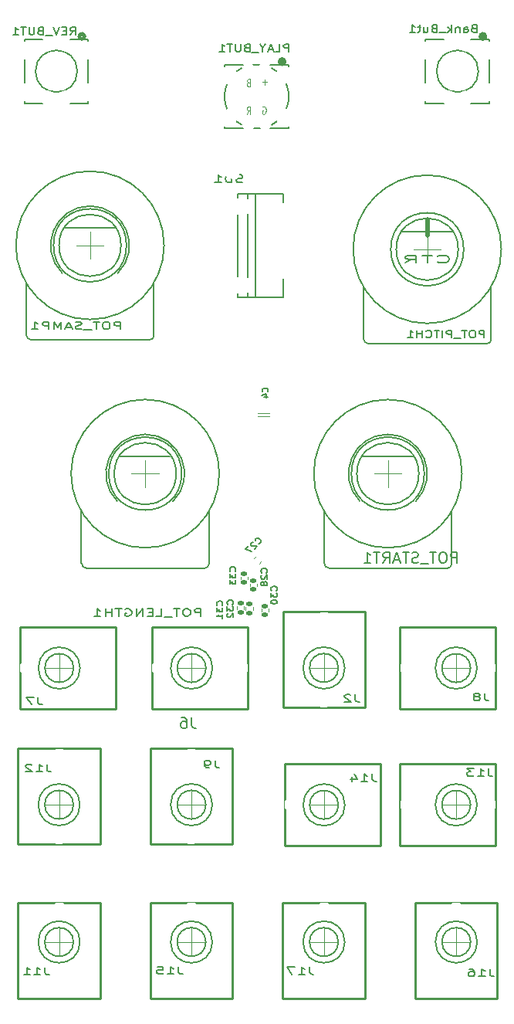
<source format=gbr>
G04 #@! TF.GenerationSoftware,KiCad,Pcbnew,8.0.5*
G04 #@! TF.CreationDate,2024-10-28T12:14:28-07:00*
G04 #@! TF.ProjectId,Sampler-built,53616d70-6c65-4722-9d62-75696c742e6b,rev?*
G04 #@! TF.SameCoordinates,PX38444c0PY67f3540*
G04 #@! TF.FileFunction,Legend,Bot*
G04 #@! TF.FilePolarity,Positive*
%FSLAX46Y46*%
G04 Gerber Fmt 4.6, Leading zero omitted, Abs format (unit mm)*
G04 Created by KiCad (PCBNEW 8.0.5) date 2024-10-28 12:14:28*
%MOMM*%
%LPD*%
G01*
G04 APERTURE LIST*
G04 Aperture macros list*
%AMRoundRect*
0 Rectangle with rounded corners*
0 $1 Rounding radius*
0 $2 $3 $4 $5 $6 $7 $8 $9 X,Y pos of 4 corners*
0 Add a 4 corners polygon primitive as box body*
4,1,4,$2,$3,$4,$5,$6,$7,$8,$9,$2,$3,0*
0 Add four circle primitives for the rounded corners*
1,1,$1+$1,$2,$3*
1,1,$1+$1,$4,$5*
1,1,$1+$1,$6,$7*
1,1,$1+$1,$8,$9*
0 Add four rect primitives between the rounded corners*
20,1,$1+$1,$2,$3,$4,$5,0*
20,1,$1+$1,$4,$5,$6,$7,0*
20,1,$1+$1,$6,$7,$8,$9,0*
20,1,$1+$1,$8,$9,$2,$3,0*%
G04 Aperture macros list end*
%ADD10C,0.152400*%
%ADD11C,0.149860*%
%ADD12C,0.150000*%
%ADD13C,0.203200*%
%ADD14C,0.120000*%
%ADD15C,0.127000*%
%ADD16C,0.254000*%
%ADD17C,0.100000*%
%ADD18C,0.400000*%
%ADD19C,0.508000*%
%ADD20C,1.700000*%
%ADD21O,1.700000X1.700000*%
%ADD22R,1.700000X1.700000*%
%ADD23C,1.930400*%
%ADD24RoundRect,0.147500X-0.172500X0.147500X-0.172500X-0.147500X0.172500X-0.147500X0.172500X0.147500X0*%
%ADD25C,1.800000*%
%ADD26C,1.500000*%
%ADD27O,1.397000X1.092200*%
%ADD28O,1.524000X1.524000*%
%ADD29R,1.000000X1.000000*%
%ADD30C,2.540000*%
%ADD31RoundRect,0.147500X0.172500X-0.147500X0.172500X0.147500X-0.172500X0.147500X-0.172500X-0.147500X0*%
%ADD32RoundRect,0.147500X0.017678X-0.226274X0.226274X-0.017678X-0.017678X0.226274X-0.226274X0.017678X0*%
G04 APERTURE END LIST*
D10*
X-52539028Y26514908D02*
X-52539028Y25943480D01*
X-52539028Y25943480D02*
X-52481575Y25829194D01*
X-52481575Y25829194D02*
X-52366671Y25753003D01*
X-52366671Y25753003D02*
X-52194313Y25714908D01*
X-52194313Y25714908D02*
X-52079409Y25714908D01*
X-53745528Y25714908D02*
X-53056099Y25714908D01*
X-53400813Y25714908D02*
X-53400813Y26514908D01*
X-53400813Y26514908D02*
X-53285909Y26400623D01*
X-53285909Y26400623D02*
X-53171004Y26324432D01*
X-53171004Y26324432D02*
X-53056099Y26286337D01*
X-54205147Y26438718D02*
X-54262599Y26476813D01*
X-54262599Y26476813D02*
X-54377504Y26514908D01*
X-54377504Y26514908D02*
X-54664766Y26514908D01*
X-54664766Y26514908D02*
X-54779671Y26476813D01*
X-54779671Y26476813D02*
X-54837123Y26438718D01*
X-54837123Y26438718D02*
X-54894576Y26362527D01*
X-54894576Y26362527D02*
X-54894576Y26286337D01*
X-54894576Y26286337D02*
X-54837123Y26172051D01*
X-54837123Y26172051D02*
X-54147695Y25714908D01*
X-54147695Y25714908D02*
X-54894576Y25714908D01*
X-23751088Y4281468D02*
X-23751088Y3710040D01*
X-23751088Y3710040D02*
X-23693635Y3595754D01*
X-23693635Y3595754D02*
X-23578731Y3519563D01*
X-23578731Y3519563D02*
X-23406373Y3481468D01*
X-23406373Y3481468D02*
X-23291469Y3481468D01*
X-24957588Y3481468D02*
X-24268159Y3481468D01*
X-24612873Y3481468D02*
X-24612873Y4281468D01*
X-24612873Y4281468D02*
X-24497969Y4167183D01*
X-24497969Y4167183D02*
X-24383064Y4090992D01*
X-24383064Y4090992D02*
X-24268159Y4052897D01*
X-25359755Y4281468D02*
X-26164088Y4281468D01*
X-26164088Y4281468D02*
X-25647017Y3481468D01*
X-3955228Y4071468D02*
X-3955228Y3500040D01*
X-3955228Y3500040D02*
X-3897775Y3385754D01*
X-3897775Y3385754D02*
X-3782871Y3309563D01*
X-3782871Y3309563D02*
X-3610513Y3271468D01*
X-3610513Y3271468D02*
X-3495609Y3271468D01*
X-5161728Y3271468D02*
X-4472299Y3271468D01*
X-4817013Y3271468D02*
X-4817013Y4071468D01*
X-4817013Y4071468D02*
X-4702109Y3957183D01*
X-4702109Y3957183D02*
X-4587204Y3880992D01*
X-4587204Y3880992D02*
X-4472299Y3842897D01*
X-6195871Y4071468D02*
X-5966061Y4071468D01*
X-5966061Y4071468D02*
X-5851157Y4033373D01*
X-5851157Y4033373D02*
X-5793704Y3995278D01*
X-5793704Y3995278D02*
X-5678799Y3880992D01*
X-5678799Y3880992D02*
X-5621347Y3728611D01*
X-5621347Y3728611D02*
X-5621347Y3423849D01*
X-5621347Y3423849D02*
X-5678799Y3347659D01*
X-5678799Y3347659D02*
X-5736252Y3309563D01*
X-5736252Y3309563D02*
X-5851157Y3271468D01*
X-5851157Y3271468D02*
X-6080966Y3271468D01*
X-6080966Y3271468D02*
X-6195871Y3309563D01*
X-6195871Y3309563D02*
X-6253323Y3347659D01*
X-6253323Y3347659D02*
X-6310776Y3423849D01*
X-6310776Y3423849D02*
X-6310776Y3614325D01*
X-6310776Y3614325D02*
X-6253323Y3690516D01*
X-6253323Y3690516D02*
X-6195871Y3728611D01*
X-6195871Y3728611D02*
X-6080966Y3766706D01*
X-6080966Y3766706D02*
X-5851157Y3766706D01*
X-5851157Y3766706D02*
X-5736252Y3728611D01*
X-5736252Y3728611D02*
X-5678799Y3690516D01*
X-5678799Y3690516D02*
X-5621347Y3614325D01*
D11*
X-27364656Y45541771D02*
X-27333329Y45577452D01*
X-27333329Y45577452D02*
X-27302003Y45684495D01*
X-27302003Y45684495D02*
X-27302003Y45755857D01*
X-27302003Y45755857D02*
X-27333329Y45862900D01*
X-27333329Y45862900D02*
X-27395983Y45934262D01*
X-27395983Y45934262D02*
X-27458636Y45969943D01*
X-27458636Y45969943D02*
X-27583943Y46005624D01*
X-27583943Y46005624D02*
X-27677923Y46005624D01*
X-27677923Y46005624D02*
X-27803229Y45969943D01*
X-27803229Y45969943D02*
X-27865883Y45934262D01*
X-27865883Y45934262D02*
X-27928536Y45862900D01*
X-27928536Y45862900D02*
X-27959863Y45755857D01*
X-27959863Y45755857D02*
X-27959863Y45684495D01*
X-27959863Y45684495D02*
X-27928536Y45577452D01*
X-27928536Y45577452D02*
X-27897209Y45541771D01*
X-27959863Y45292005D02*
X-27959863Y44828152D01*
X-27959863Y44828152D02*
X-27709249Y45077919D01*
X-27709249Y45077919D02*
X-27709249Y44970876D01*
X-27709249Y44970876D02*
X-27677923Y44899514D01*
X-27677923Y44899514D02*
X-27646596Y44863833D01*
X-27646596Y44863833D02*
X-27583943Y44828152D01*
X-27583943Y44828152D02*
X-27427309Y44828152D01*
X-27427309Y44828152D02*
X-27364656Y44863833D01*
X-27364656Y44863833D02*
X-27333329Y44899514D01*
X-27333329Y44899514D02*
X-27302003Y44970876D01*
X-27302003Y44970876D02*
X-27302003Y45184962D01*
X-27302003Y45184962D02*
X-27333329Y45256324D01*
X-27333329Y45256324D02*
X-27364656Y45292005D01*
X-27959863Y44364300D02*
X-27959863Y44292938D01*
X-27959863Y44292938D02*
X-27928536Y44221576D01*
X-27928536Y44221576D02*
X-27897209Y44185895D01*
X-27897209Y44185895D02*
X-27834556Y44150214D01*
X-27834556Y44150214D02*
X-27709249Y44114533D01*
X-27709249Y44114533D02*
X-27552616Y44114533D01*
X-27552616Y44114533D02*
X-27427309Y44150214D01*
X-27427309Y44150214D02*
X-27364656Y44185895D01*
X-27364656Y44185895D02*
X-27333329Y44221576D01*
X-27333329Y44221576D02*
X-27302003Y44292938D01*
X-27302003Y44292938D02*
X-27302003Y44364300D01*
X-27302003Y44364300D02*
X-27333329Y44435662D01*
X-27333329Y44435662D02*
X-27364656Y44471343D01*
X-27364656Y44471343D02*
X-27427309Y44507024D01*
X-27427309Y44507024D02*
X-27552616Y44542705D01*
X-27552616Y44542705D02*
X-27709249Y44542705D01*
X-27709249Y44542705D02*
X-27834556Y44507024D01*
X-27834556Y44507024D02*
X-27897209Y44471343D01*
X-27897209Y44471343D02*
X-27928536Y44435662D01*
X-27928536Y44435662D02*
X-27959863Y44364300D01*
D12*
X-5693315Y107213614D02*
X-5836172Y107174909D01*
X-5836172Y107174909D02*
X-5883791Y107136205D01*
X-5883791Y107136205D02*
X-5931410Y107058795D01*
X-5931410Y107058795D02*
X-5931410Y106942681D01*
X-5931410Y106942681D02*
X-5883791Y106865271D01*
X-5883791Y106865271D02*
X-5836172Y106826566D01*
X-5836172Y106826566D02*
X-5740934Y106787862D01*
X-5740934Y106787862D02*
X-5359982Y106787862D01*
X-5359982Y106787862D02*
X-5359982Y107600662D01*
X-5359982Y107600662D02*
X-5693315Y107600662D01*
X-5693315Y107600662D02*
X-5788553Y107561957D01*
X-5788553Y107561957D02*
X-5836172Y107523252D01*
X-5836172Y107523252D02*
X-5883791Y107445843D01*
X-5883791Y107445843D02*
X-5883791Y107368433D01*
X-5883791Y107368433D02*
X-5836172Y107291024D01*
X-5836172Y107291024D02*
X-5788553Y107252319D01*
X-5788553Y107252319D02*
X-5693315Y107213614D01*
X-5693315Y107213614D02*
X-5359982Y107213614D01*
X-6788553Y106787862D02*
X-6788553Y107213614D01*
X-6788553Y107213614D02*
X-6740934Y107291024D01*
X-6740934Y107291024D02*
X-6645696Y107329728D01*
X-6645696Y107329728D02*
X-6455220Y107329728D01*
X-6455220Y107329728D02*
X-6359982Y107291024D01*
X-6788553Y106826566D02*
X-6693315Y106787862D01*
X-6693315Y106787862D02*
X-6455220Y106787862D01*
X-6455220Y106787862D02*
X-6359982Y106826566D01*
X-6359982Y106826566D02*
X-6312363Y106903976D01*
X-6312363Y106903976D02*
X-6312363Y106981386D01*
X-6312363Y106981386D02*
X-6359982Y107058795D01*
X-6359982Y107058795D02*
X-6455220Y107097500D01*
X-6455220Y107097500D02*
X-6693315Y107097500D01*
X-6693315Y107097500D02*
X-6788553Y107136205D01*
X-7264744Y107329728D02*
X-7264744Y106787862D01*
X-7264744Y107252319D02*
X-7312363Y107291024D01*
X-7312363Y107291024D02*
X-7407601Y107329728D01*
X-7407601Y107329728D02*
X-7550458Y107329728D01*
X-7550458Y107329728D02*
X-7645696Y107291024D01*
X-7645696Y107291024D02*
X-7693315Y107213614D01*
X-7693315Y107213614D02*
X-7693315Y106787862D01*
X-8169506Y106787862D02*
X-8169506Y107600662D01*
X-8264744Y107097500D02*
X-8550458Y106787862D01*
X-8550458Y107329728D02*
X-8169506Y107020090D01*
X-8740934Y106710452D02*
X-9502839Y106710452D01*
X-10074268Y107213614D02*
X-10217125Y107174909D01*
X-10217125Y107174909D02*
X-10264744Y107136205D01*
X-10264744Y107136205D02*
X-10312363Y107058795D01*
X-10312363Y107058795D02*
X-10312363Y106942681D01*
X-10312363Y106942681D02*
X-10264744Y106865271D01*
X-10264744Y106865271D02*
X-10217125Y106826566D01*
X-10217125Y106826566D02*
X-10121887Y106787862D01*
X-10121887Y106787862D02*
X-9740935Y106787862D01*
X-9740935Y106787862D02*
X-9740935Y107600662D01*
X-9740935Y107600662D02*
X-10074268Y107600662D01*
X-10074268Y107600662D02*
X-10169506Y107561957D01*
X-10169506Y107561957D02*
X-10217125Y107523252D01*
X-10217125Y107523252D02*
X-10264744Y107445843D01*
X-10264744Y107445843D02*
X-10264744Y107368433D01*
X-10264744Y107368433D02*
X-10217125Y107291024D01*
X-10217125Y107291024D02*
X-10169506Y107252319D01*
X-10169506Y107252319D02*
X-10074268Y107213614D01*
X-10074268Y107213614D02*
X-9740935Y107213614D01*
X-11169506Y107329728D02*
X-11169506Y106787862D01*
X-10740935Y107329728D02*
X-10740935Y106903976D01*
X-10740935Y106903976D02*
X-10788554Y106826566D01*
X-10788554Y106826566D02*
X-10883792Y106787862D01*
X-10883792Y106787862D02*
X-11026649Y106787862D01*
X-11026649Y106787862D02*
X-11121887Y106826566D01*
X-11121887Y106826566D02*
X-11169506Y106865271D01*
X-11502840Y107329728D02*
X-11883792Y107329728D01*
X-11645697Y107600662D02*
X-11645697Y106903976D01*
X-11645697Y106903976D02*
X-11693316Y106826566D01*
X-11693316Y106826566D02*
X-11788554Y106787862D01*
X-11788554Y106787862D02*
X-11883792Y106787862D01*
X-12740935Y106787862D02*
X-12169507Y106787862D01*
X-12455221Y106787862D02*
X-12455221Y107600662D01*
X-12455221Y107600662D02*
X-12359983Y107484547D01*
X-12359983Y107484547D02*
X-12264745Y107407138D01*
X-12264745Y107407138D02*
X-12169507Y107368433D01*
X-31082067Y90361410D02*
X-31253495Y90322706D01*
X-31253495Y90322706D02*
X-31539210Y90322706D01*
X-31539210Y90322706D02*
X-31653495Y90361410D01*
X-31653495Y90361410D02*
X-31710638Y90400115D01*
X-31710638Y90400115D02*
X-31767781Y90477525D01*
X-31767781Y90477525D02*
X-31767781Y90554934D01*
X-31767781Y90554934D02*
X-31710638Y90632344D01*
X-31710638Y90632344D02*
X-31653495Y90671049D01*
X-31653495Y90671049D02*
X-31539210Y90709753D01*
X-31539210Y90709753D02*
X-31310638Y90748458D01*
X-31310638Y90748458D02*
X-31196353Y90787163D01*
X-31196353Y90787163D02*
X-31139210Y90825868D01*
X-31139210Y90825868D02*
X-31082067Y90903277D01*
X-31082067Y90903277D02*
X-31082067Y90980687D01*
X-31082067Y90980687D02*
X-31139210Y91058096D01*
X-31139210Y91058096D02*
X-31196353Y91096801D01*
X-31196353Y91096801D02*
X-31310638Y91135506D01*
X-31310638Y91135506D02*
X-31596353Y91135506D01*
X-31596353Y91135506D02*
X-31767781Y91096801D01*
X-32282067Y90322706D02*
X-32282067Y91135506D01*
X-32282067Y91135506D02*
X-32567781Y91135506D01*
X-32567781Y91135506D02*
X-32739210Y91096801D01*
X-32739210Y91096801D02*
X-32853495Y91019391D01*
X-32853495Y91019391D02*
X-32910638Y90941982D01*
X-32910638Y90941982D02*
X-32967781Y90787163D01*
X-32967781Y90787163D02*
X-32967781Y90671049D01*
X-32967781Y90671049D02*
X-32910638Y90516230D01*
X-32910638Y90516230D02*
X-32853495Y90438820D01*
X-32853495Y90438820D02*
X-32739210Y90361410D01*
X-32739210Y90361410D02*
X-32567781Y90322706D01*
X-32567781Y90322706D02*
X-32282067Y90322706D01*
X-34110638Y90322706D02*
X-33424924Y90322706D01*
X-33767781Y90322706D02*
X-33767781Y91135506D01*
X-33767781Y91135506D02*
X-33653495Y91019391D01*
X-33653495Y91019391D02*
X-33539210Y90941982D01*
X-33539210Y90941982D02*
X-33424924Y90903277D01*
X-28340436Y67348412D02*
X-28309483Y67379364D01*
X-28309483Y67379364D02*
X-28278531Y67472222D01*
X-28278531Y67472222D02*
X-28278531Y67534126D01*
X-28278531Y67534126D02*
X-28309483Y67626983D01*
X-28309483Y67626983D02*
X-28371388Y67688888D01*
X-28371388Y67688888D02*
X-28433293Y67719841D01*
X-28433293Y67719841D02*
X-28557103Y67750793D01*
X-28557103Y67750793D02*
X-28649960Y67750793D01*
X-28649960Y67750793D02*
X-28773769Y67719841D01*
X-28773769Y67719841D02*
X-28835674Y67688888D01*
X-28835674Y67688888D02*
X-28897579Y67626983D01*
X-28897579Y67626983D02*
X-28928531Y67534126D01*
X-28928531Y67534126D02*
X-28928531Y67472222D01*
X-28928531Y67472222D02*
X-28897579Y67379364D01*
X-28897579Y67379364D02*
X-28866626Y67348412D01*
X-28711864Y66791269D02*
X-28278531Y66791269D01*
X-28959483Y66946031D02*
X-28495198Y67100793D01*
X-28495198Y67100793D02*
X-28495198Y66698412D01*
D10*
X-35665744Y42754499D02*
X-35665744Y43567299D01*
X-35665744Y43567299D02*
X-36125363Y43567299D01*
X-36125363Y43567299D02*
X-36240268Y43528594D01*
X-36240268Y43528594D02*
X-36297721Y43489889D01*
X-36297721Y43489889D02*
X-36355173Y43412480D01*
X-36355173Y43412480D02*
X-36355173Y43296365D01*
X-36355173Y43296365D02*
X-36297721Y43218956D01*
X-36297721Y43218956D02*
X-36240268Y43180251D01*
X-36240268Y43180251D02*
X-36125363Y43141546D01*
X-36125363Y43141546D02*
X-35665744Y43141546D01*
X-37102054Y43567299D02*
X-37331863Y43567299D01*
X-37331863Y43567299D02*
X-37446768Y43528594D01*
X-37446768Y43528594D02*
X-37561673Y43451184D01*
X-37561673Y43451184D02*
X-37619125Y43296365D01*
X-37619125Y43296365D02*
X-37619125Y43025432D01*
X-37619125Y43025432D02*
X-37561673Y42870613D01*
X-37561673Y42870613D02*
X-37446768Y42793203D01*
X-37446768Y42793203D02*
X-37331863Y42754499D01*
X-37331863Y42754499D02*
X-37102054Y42754499D01*
X-37102054Y42754499D02*
X-36987149Y42793203D01*
X-36987149Y42793203D02*
X-36872244Y42870613D01*
X-36872244Y42870613D02*
X-36814792Y43025432D01*
X-36814792Y43025432D02*
X-36814792Y43296365D01*
X-36814792Y43296365D02*
X-36872244Y43451184D01*
X-36872244Y43451184D02*
X-36987149Y43528594D01*
X-36987149Y43528594D02*
X-37102054Y43567299D01*
X-37963839Y43567299D02*
X-38653268Y43567299D01*
X-38308554Y42754499D02*
X-38308554Y43567299D01*
X-38768172Y42677089D02*
X-39687411Y42677089D01*
X-40549196Y42754499D02*
X-39974672Y42754499D01*
X-39974672Y42754499D02*
X-39974672Y43567299D01*
X-40951362Y43180251D02*
X-41353529Y43180251D01*
X-41525886Y42754499D02*
X-40951362Y42754499D01*
X-40951362Y42754499D02*
X-40951362Y43567299D01*
X-40951362Y43567299D02*
X-41525886Y43567299D01*
X-42042957Y42754499D02*
X-42042957Y43567299D01*
X-42042957Y43567299D02*
X-42732386Y42754499D01*
X-42732386Y42754499D02*
X-42732386Y43567299D01*
X-43938886Y43528594D02*
X-43823981Y43567299D01*
X-43823981Y43567299D02*
X-43651624Y43567299D01*
X-43651624Y43567299D02*
X-43479267Y43528594D01*
X-43479267Y43528594D02*
X-43364362Y43451184D01*
X-43364362Y43451184D02*
X-43306909Y43373775D01*
X-43306909Y43373775D02*
X-43249457Y43218956D01*
X-43249457Y43218956D02*
X-43249457Y43102842D01*
X-43249457Y43102842D02*
X-43306909Y42948023D01*
X-43306909Y42948023D02*
X-43364362Y42870613D01*
X-43364362Y42870613D02*
X-43479267Y42793203D01*
X-43479267Y42793203D02*
X-43651624Y42754499D01*
X-43651624Y42754499D02*
X-43766528Y42754499D01*
X-43766528Y42754499D02*
X-43938886Y42793203D01*
X-43938886Y42793203D02*
X-43996338Y42831908D01*
X-43996338Y42831908D02*
X-43996338Y43102842D01*
X-43996338Y43102842D02*
X-43766528Y43102842D01*
X-44341052Y43567299D02*
X-45030481Y43567299D01*
X-44685767Y42754499D02*
X-44685767Y43567299D01*
X-45432647Y42754499D02*
X-45432647Y43567299D01*
X-45432647Y43180251D02*
X-46122076Y43180251D01*
X-46122076Y42754499D02*
X-46122076Y43567299D01*
X-47328576Y42754499D02*
X-46639147Y42754499D01*
X-46983861Y42754499D02*
X-46983861Y43567299D01*
X-46983861Y43567299D02*
X-46868957Y43451184D01*
X-46868957Y43451184D02*
X-46754052Y43373775D01*
X-46754052Y43373775D02*
X-46639147Y43335070D01*
X-18707076Y34165275D02*
X-18707076Y33584703D01*
X-18707076Y33584703D02*
X-18649623Y33468589D01*
X-18649623Y33468589D02*
X-18534719Y33391179D01*
X-18534719Y33391179D02*
X-18362361Y33352475D01*
X-18362361Y33352475D02*
X-18247457Y33352475D01*
X-19224147Y34087865D02*
X-19281599Y34126570D01*
X-19281599Y34126570D02*
X-19396504Y34165275D01*
X-19396504Y34165275D02*
X-19683766Y34165275D01*
X-19683766Y34165275D02*
X-19798671Y34126570D01*
X-19798671Y34126570D02*
X-19856123Y34087865D01*
X-19856123Y34087865D02*
X-19913576Y34010456D01*
X-19913576Y34010456D02*
X-19913576Y33933046D01*
X-19913576Y33933046D02*
X-19856123Y33816932D01*
X-19856123Y33816932D02*
X-19166695Y33352475D01*
X-19166695Y33352475D02*
X-19913576Y33352475D01*
D12*
X-4566536Y73287374D02*
X-4566536Y74100174D01*
X-4566536Y74100174D02*
X-4947488Y74100174D01*
X-4947488Y74100174D02*
X-5042726Y74061469D01*
X-5042726Y74061469D02*
X-5090345Y74022764D01*
X-5090345Y74022764D02*
X-5137964Y73945355D01*
X-5137964Y73945355D02*
X-5137964Y73829240D01*
X-5137964Y73829240D02*
X-5090345Y73751831D01*
X-5090345Y73751831D02*
X-5042726Y73713126D01*
X-5042726Y73713126D02*
X-4947488Y73674421D01*
X-4947488Y73674421D02*
X-4566536Y73674421D01*
X-5757012Y74100174D02*
X-5947488Y74100174D01*
X-5947488Y74100174D02*
X-6042726Y74061469D01*
X-6042726Y74061469D02*
X-6137964Y73984059D01*
X-6137964Y73984059D02*
X-6185583Y73829240D01*
X-6185583Y73829240D02*
X-6185583Y73558307D01*
X-6185583Y73558307D02*
X-6137964Y73403488D01*
X-6137964Y73403488D02*
X-6042726Y73326078D01*
X-6042726Y73326078D02*
X-5947488Y73287374D01*
X-5947488Y73287374D02*
X-5757012Y73287374D01*
X-5757012Y73287374D02*
X-5661774Y73326078D01*
X-5661774Y73326078D02*
X-5566536Y73403488D01*
X-5566536Y73403488D02*
X-5518917Y73558307D01*
X-5518917Y73558307D02*
X-5518917Y73829240D01*
X-5518917Y73829240D02*
X-5566536Y73984059D01*
X-5566536Y73984059D02*
X-5661774Y74061469D01*
X-5661774Y74061469D02*
X-5757012Y74100174D01*
X-6471298Y74100174D02*
X-7042726Y74100174D01*
X-6757012Y73287374D02*
X-6757012Y74100174D01*
X-7137964Y73209964D02*
X-7899869Y73209964D01*
X-8137965Y73287374D02*
X-8137965Y74100174D01*
X-8137965Y74100174D02*
X-8518917Y74100174D01*
X-8518917Y74100174D02*
X-8614155Y74061469D01*
X-8614155Y74061469D02*
X-8661774Y74022764D01*
X-8661774Y74022764D02*
X-8709393Y73945355D01*
X-8709393Y73945355D02*
X-8709393Y73829240D01*
X-8709393Y73829240D02*
X-8661774Y73751831D01*
X-8661774Y73751831D02*
X-8614155Y73713126D01*
X-8614155Y73713126D02*
X-8518917Y73674421D01*
X-8518917Y73674421D02*
X-8137965Y73674421D01*
X-9137965Y73287374D02*
X-9137965Y74100174D01*
X-9471298Y74100174D02*
X-10042726Y74100174D01*
X-9757012Y73287374D02*
X-9757012Y74100174D01*
X-10947488Y73364783D02*
X-10899869Y73326078D01*
X-10899869Y73326078D02*
X-10757012Y73287374D01*
X-10757012Y73287374D02*
X-10661774Y73287374D01*
X-10661774Y73287374D02*
X-10518917Y73326078D01*
X-10518917Y73326078D02*
X-10423679Y73403488D01*
X-10423679Y73403488D02*
X-10376060Y73480898D01*
X-10376060Y73480898D02*
X-10328441Y73635717D01*
X-10328441Y73635717D02*
X-10328441Y73751831D01*
X-10328441Y73751831D02*
X-10376060Y73906650D01*
X-10376060Y73906650D02*
X-10423679Y73984059D01*
X-10423679Y73984059D02*
X-10518917Y74061469D01*
X-10518917Y74061469D02*
X-10661774Y74100174D01*
X-10661774Y74100174D02*
X-10757012Y74100174D01*
X-10757012Y74100174D02*
X-10899869Y74061469D01*
X-10899869Y74061469D02*
X-10947488Y74022764D01*
X-11376060Y73287374D02*
X-11376060Y74100174D01*
X-11376060Y73713126D02*
X-11947488Y73713126D01*
X-11947488Y73287374D02*
X-11947488Y74100174D01*
X-12947488Y73287374D02*
X-12376060Y73287374D01*
X-12661774Y73287374D02*
X-12661774Y74100174D01*
X-12661774Y74100174D02*
X-12566536Y73984059D01*
X-12566536Y73984059D02*
X-12471298Y73906650D01*
X-12471298Y73906650D02*
X-12376060Y73867945D01*
D13*
X-9658858Y81575360D02*
X-9562096Y81536655D01*
X-9562096Y81536655D02*
X-9271810Y81497951D01*
X-9271810Y81497951D02*
X-9078286Y81497951D01*
X-9078286Y81497951D02*
X-8788001Y81536655D01*
X-8788001Y81536655D02*
X-8594477Y81614065D01*
X-8594477Y81614065D02*
X-8497715Y81691475D01*
X-8497715Y81691475D02*
X-8400953Y81846294D01*
X-8400953Y81846294D02*
X-8400953Y81962408D01*
X-8400953Y81962408D02*
X-8497715Y82117227D01*
X-8497715Y82117227D02*
X-8594477Y82194636D01*
X-8594477Y82194636D02*
X-8788001Y82272046D01*
X-8788001Y82272046D02*
X-9078286Y82310751D01*
X-9078286Y82310751D02*
X-9271810Y82310751D01*
X-9271810Y82310751D02*
X-9562096Y82272046D01*
X-9562096Y82272046D02*
X-9658858Y82233341D01*
X-10239429Y82310751D02*
X-11400572Y82310751D01*
X-10820001Y81497951D02*
X-10820001Y82310751D01*
X-13239048Y81497951D02*
X-12561715Y81884998D01*
X-12077905Y81497951D02*
X-12077905Y82310751D01*
X-12077905Y82310751D02*
X-12852000Y82310751D01*
X-12852000Y82310751D02*
X-13045524Y82272046D01*
X-13045524Y82272046D02*
X-13142286Y82233341D01*
X-13142286Y82233341D02*
X-13239048Y82155932D01*
X-13239048Y82155932D02*
X-13239048Y82039817D01*
X-13239048Y82039817D02*
X-13142286Y81962408D01*
X-13142286Y81962408D02*
X-13045524Y81923703D01*
X-13045524Y81923703D02*
X-12852000Y81884998D01*
X-12852000Y81884998D02*
X-12077905Y81884998D01*
D10*
X-53508240Y33867433D02*
X-53508240Y33286861D01*
X-53508240Y33286861D02*
X-53450787Y33170747D01*
X-53450787Y33170747D02*
X-53335883Y33093337D01*
X-53335883Y33093337D02*
X-53163525Y33054633D01*
X-53163525Y33054633D02*
X-53048621Y33054633D01*
X-53967859Y33867433D02*
X-54772192Y33867433D01*
X-54772192Y33867433D02*
X-54255121Y33054633D01*
D11*
X-32164656Y44051771D02*
X-32133329Y44087452D01*
X-32133329Y44087452D02*
X-32102003Y44194495D01*
X-32102003Y44194495D02*
X-32102003Y44265857D01*
X-32102003Y44265857D02*
X-32133329Y44372900D01*
X-32133329Y44372900D02*
X-32195983Y44444262D01*
X-32195983Y44444262D02*
X-32258636Y44479943D01*
X-32258636Y44479943D02*
X-32383943Y44515624D01*
X-32383943Y44515624D02*
X-32477923Y44515624D01*
X-32477923Y44515624D02*
X-32603229Y44479943D01*
X-32603229Y44479943D02*
X-32665883Y44444262D01*
X-32665883Y44444262D02*
X-32728536Y44372900D01*
X-32728536Y44372900D02*
X-32759863Y44265857D01*
X-32759863Y44265857D02*
X-32759863Y44194495D01*
X-32759863Y44194495D02*
X-32728536Y44087452D01*
X-32728536Y44087452D02*
X-32697209Y44051771D01*
X-32759863Y43802005D02*
X-32759863Y43338152D01*
X-32759863Y43338152D02*
X-32509249Y43587919D01*
X-32509249Y43587919D02*
X-32509249Y43480876D01*
X-32509249Y43480876D02*
X-32477923Y43409514D01*
X-32477923Y43409514D02*
X-32446596Y43373833D01*
X-32446596Y43373833D02*
X-32383943Y43338152D01*
X-32383943Y43338152D02*
X-32227309Y43338152D01*
X-32227309Y43338152D02*
X-32164656Y43373833D01*
X-32164656Y43373833D02*
X-32133329Y43409514D01*
X-32133329Y43409514D02*
X-32102003Y43480876D01*
X-32102003Y43480876D02*
X-32102003Y43694962D01*
X-32102003Y43694962D02*
X-32133329Y43766324D01*
X-32133329Y43766324D02*
X-32164656Y43802005D01*
X-32697209Y43052705D02*
X-32728536Y43017024D01*
X-32728536Y43017024D02*
X-32759863Y42945662D01*
X-32759863Y42945662D02*
X-32759863Y42767257D01*
X-32759863Y42767257D02*
X-32728536Y42695895D01*
X-32728536Y42695895D02*
X-32697209Y42660214D01*
X-32697209Y42660214D02*
X-32634556Y42624533D01*
X-32634556Y42624533D02*
X-32571903Y42624533D01*
X-32571903Y42624533D02*
X-32477923Y42660214D01*
X-32477923Y42660214D02*
X-32102003Y43088386D01*
X-32102003Y43088386D02*
X-32102003Y42624533D01*
D10*
X-38116028Y4305908D02*
X-38116028Y3734480D01*
X-38116028Y3734480D02*
X-38058575Y3620194D01*
X-38058575Y3620194D02*
X-37943671Y3544003D01*
X-37943671Y3544003D02*
X-37771313Y3505908D01*
X-37771313Y3505908D02*
X-37656409Y3505908D01*
X-39322528Y3505908D02*
X-38633099Y3505908D01*
X-38977813Y3505908D02*
X-38977813Y4305908D01*
X-38977813Y4305908D02*
X-38862909Y4191623D01*
X-38862909Y4191623D02*
X-38748004Y4115432D01*
X-38748004Y4115432D02*
X-38633099Y4077337D01*
X-40414123Y4305908D02*
X-39839599Y4305908D01*
X-39839599Y4305908D02*
X-39782147Y3924956D01*
X-39782147Y3924956D02*
X-39839599Y3963051D01*
X-39839599Y3963051D02*
X-39954504Y4001146D01*
X-39954504Y4001146D02*
X-40241766Y4001146D01*
X-40241766Y4001146D02*
X-40356671Y3963051D01*
X-40356671Y3963051D02*
X-40414123Y3924956D01*
X-40414123Y3924956D02*
X-40471576Y3848765D01*
X-40471576Y3848765D02*
X-40471576Y3658289D01*
X-40471576Y3658289D02*
X-40414123Y3582099D01*
X-40414123Y3582099D02*
X-40356671Y3544003D01*
X-40356671Y3544003D02*
X-40241766Y3505908D01*
X-40241766Y3505908D02*
X-39954504Y3505908D01*
X-39954504Y3505908D02*
X-39839599Y3544003D01*
X-39839599Y3544003D02*
X-39782147Y3582099D01*
D12*
X-49983315Y106497862D02*
X-49649982Y106884909D01*
X-49411887Y106497862D02*
X-49411887Y107310662D01*
X-49411887Y107310662D02*
X-49792839Y107310662D01*
X-49792839Y107310662D02*
X-49888077Y107271957D01*
X-49888077Y107271957D02*
X-49935696Y107233252D01*
X-49935696Y107233252D02*
X-49983315Y107155843D01*
X-49983315Y107155843D02*
X-49983315Y107039728D01*
X-49983315Y107039728D02*
X-49935696Y106962319D01*
X-49935696Y106962319D02*
X-49888077Y106923614D01*
X-49888077Y106923614D02*
X-49792839Y106884909D01*
X-49792839Y106884909D02*
X-49411887Y106884909D01*
X-50411887Y106923614D02*
X-50745220Y106923614D01*
X-50888077Y106497862D02*
X-50411887Y106497862D01*
X-50411887Y106497862D02*
X-50411887Y107310662D01*
X-50411887Y107310662D02*
X-50888077Y107310662D01*
X-51173792Y107310662D02*
X-51507125Y106497862D01*
X-51507125Y106497862D02*
X-51840458Y107310662D01*
X-51935696Y106420452D02*
X-52697601Y106420452D01*
X-53269030Y106923614D02*
X-53411887Y106884909D01*
X-53411887Y106884909D02*
X-53459506Y106846205D01*
X-53459506Y106846205D02*
X-53507125Y106768795D01*
X-53507125Y106768795D02*
X-53507125Y106652681D01*
X-53507125Y106652681D02*
X-53459506Y106575271D01*
X-53459506Y106575271D02*
X-53411887Y106536566D01*
X-53411887Y106536566D02*
X-53316649Y106497862D01*
X-53316649Y106497862D02*
X-52935697Y106497862D01*
X-52935697Y106497862D02*
X-52935697Y107310662D01*
X-52935697Y107310662D02*
X-53269030Y107310662D01*
X-53269030Y107310662D02*
X-53364268Y107271957D01*
X-53364268Y107271957D02*
X-53411887Y107233252D01*
X-53411887Y107233252D02*
X-53459506Y107155843D01*
X-53459506Y107155843D02*
X-53459506Y107078433D01*
X-53459506Y107078433D02*
X-53411887Y107001024D01*
X-53411887Y107001024D02*
X-53364268Y106962319D01*
X-53364268Y106962319D02*
X-53269030Y106923614D01*
X-53269030Y106923614D02*
X-52935697Y106923614D01*
X-53935697Y107310662D02*
X-53935697Y106652681D01*
X-53935697Y106652681D02*
X-53983316Y106575271D01*
X-53983316Y106575271D02*
X-54030935Y106536566D01*
X-54030935Y106536566D02*
X-54126173Y106497862D01*
X-54126173Y106497862D02*
X-54316649Y106497862D01*
X-54316649Y106497862D02*
X-54411887Y106536566D01*
X-54411887Y106536566D02*
X-54459506Y106575271D01*
X-54459506Y106575271D02*
X-54507125Y106652681D01*
X-54507125Y106652681D02*
X-54507125Y107310662D01*
X-54840459Y107310662D02*
X-55411887Y107310662D01*
X-55126173Y106497862D02*
X-55126173Y107310662D01*
X-56269030Y106497862D02*
X-55697602Y106497862D01*
X-55983316Y106497862D02*
X-55983316Y107310662D01*
X-55983316Y107310662D02*
X-55888078Y107194547D01*
X-55888078Y107194547D02*
X-55792840Y107117138D01*
X-55792840Y107117138D02*
X-55697602Y107078433D01*
D11*
X-28454656Y47521771D02*
X-28423329Y47557452D01*
X-28423329Y47557452D02*
X-28392003Y47664495D01*
X-28392003Y47664495D02*
X-28392003Y47735857D01*
X-28392003Y47735857D02*
X-28423329Y47842900D01*
X-28423329Y47842900D02*
X-28485983Y47914262D01*
X-28485983Y47914262D02*
X-28548636Y47949943D01*
X-28548636Y47949943D02*
X-28673943Y47985624D01*
X-28673943Y47985624D02*
X-28767923Y47985624D01*
X-28767923Y47985624D02*
X-28893229Y47949943D01*
X-28893229Y47949943D02*
X-28955883Y47914262D01*
X-28955883Y47914262D02*
X-29018536Y47842900D01*
X-29018536Y47842900D02*
X-29049863Y47735857D01*
X-29049863Y47735857D02*
X-29049863Y47664495D01*
X-29049863Y47664495D02*
X-29018536Y47557452D01*
X-29018536Y47557452D02*
X-28987209Y47521771D01*
X-28987209Y47236324D02*
X-29018536Y47200643D01*
X-29018536Y47200643D02*
X-29049863Y47129281D01*
X-29049863Y47129281D02*
X-29049863Y46950876D01*
X-29049863Y46950876D02*
X-29018536Y46879514D01*
X-29018536Y46879514D02*
X-28987209Y46843833D01*
X-28987209Y46843833D02*
X-28924556Y46808152D01*
X-28924556Y46808152D02*
X-28861903Y46808152D01*
X-28861903Y46808152D02*
X-28767923Y46843833D01*
X-28767923Y46843833D02*
X-28392003Y47272005D01*
X-28392003Y47272005D02*
X-28392003Y46808152D01*
X-28767923Y46379981D02*
X-28799249Y46451343D01*
X-28799249Y46451343D02*
X-28830576Y46487024D01*
X-28830576Y46487024D02*
X-28893229Y46522705D01*
X-28893229Y46522705D02*
X-28924556Y46522705D01*
X-28924556Y46522705D02*
X-28987209Y46487024D01*
X-28987209Y46487024D02*
X-29018536Y46451343D01*
X-29018536Y46451343D02*
X-29049863Y46379981D01*
X-29049863Y46379981D02*
X-29049863Y46237257D01*
X-29049863Y46237257D02*
X-29018536Y46165895D01*
X-29018536Y46165895D02*
X-28987209Y46130214D01*
X-28987209Y46130214D02*
X-28924556Y46094533D01*
X-28924556Y46094533D02*
X-28893229Y46094533D01*
X-28893229Y46094533D02*
X-28830576Y46130214D01*
X-28830576Y46130214D02*
X-28799249Y46165895D01*
X-28799249Y46165895D02*
X-28767923Y46237257D01*
X-28767923Y46237257D02*
X-28767923Y46379981D01*
X-28767923Y46379981D02*
X-28736596Y46451343D01*
X-28736596Y46451343D02*
X-28705269Y46487024D01*
X-28705269Y46487024D02*
X-28642616Y46522705D01*
X-28642616Y46522705D02*
X-28517309Y46522705D01*
X-28517309Y46522705D02*
X-28454656Y46487024D01*
X-28454656Y46487024D02*
X-28423329Y46451343D01*
X-28423329Y46451343D02*
X-28392003Y46379981D01*
X-28392003Y46379981D02*
X-28392003Y46237257D01*
X-28392003Y46237257D02*
X-28423329Y46165895D01*
X-28423329Y46165895D02*
X-28454656Y46130214D01*
X-28454656Y46130214D02*
X-28517309Y46094533D01*
X-28517309Y46094533D02*
X-28642616Y46094533D01*
X-28642616Y46094533D02*
X-28705269Y46130214D01*
X-28705269Y46130214D02*
X-28736596Y46165895D01*
X-28736596Y46165895D02*
X-28767923Y46237257D01*
X-31894508Y47688371D02*
X-31863181Y47724052D01*
X-31863181Y47724052D02*
X-31831855Y47831095D01*
X-31831855Y47831095D02*
X-31831855Y47902457D01*
X-31831855Y47902457D02*
X-31863181Y48009500D01*
X-31863181Y48009500D02*
X-31925835Y48080862D01*
X-31925835Y48080862D02*
X-31988488Y48116543D01*
X-31988488Y48116543D02*
X-32113795Y48152224D01*
X-32113795Y48152224D02*
X-32207775Y48152224D01*
X-32207775Y48152224D02*
X-32333081Y48116543D01*
X-32333081Y48116543D02*
X-32395735Y48080862D01*
X-32395735Y48080862D02*
X-32458388Y48009500D01*
X-32458388Y48009500D02*
X-32489715Y47902457D01*
X-32489715Y47902457D02*
X-32489715Y47831095D01*
X-32489715Y47831095D02*
X-32458388Y47724052D01*
X-32458388Y47724052D02*
X-32427061Y47688371D01*
X-32489715Y47438605D02*
X-32489715Y46974752D01*
X-32489715Y46974752D02*
X-32239101Y47224519D01*
X-32239101Y47224519D02*
X-32239101Y47117476D01*
X-32239101Y47117476D02*
X-32207775Y47046114D01*
X-32207775Y47046114D02*
X-32176448Y47010433D01*
X-32176448Y47010433D02*
X-32113795Y46974752D01*
X-32113795Y46974752D02*
X-31957161Y46974752D01*
X-31957161Y46974752D02*
X-31894508Y47010433D01*
X-31894508Y47010433D02*
X-31863181Y47046114D01*
X-31863181Y47046114D02*
X-31831855Y47117476D01*
X-31831855Y47117476D02*
X-31831855Y47331562D01*
X-31831855Y47331562D02*
X-31863181Y47402924D01*
X-31863181Y47402924D02*
X-31894508Y47438605D01*
X-32489715Y46724986D02*
X-32489715Y46261133D01*
X-32489715Y46261133D02*
X-32239101Y46510900D01*
X-32239101Y46510900D02*
X-32239101Y46403857D01*
X-32239101Y46403857D02*
X-32207775Y46332495D01*
X-32207775Y46332495D02*
X-32176448Y46296814D01*
X-32176448Y46296814D02*
X-32113795Y46261133D01*
X-32113795Y46261133D02*
X-31957161Y46261133D01*
X-31957161Y46261133D02*
X-31894508Y46296814D01*
X-31894508Y46296814D02*
X-31863181Y46332495D01*
X-31863181Y46332495D02*
X-31831855Y46403857D01*
X-31831855Y46403857D02*
X-31831855Y46617943D01*
X-31831855Y46617943D02*
X-31863181Y46689305D01*
X-31863181Y46689305D02*
X-31894508Y46724986D01*
D10*
X-34073888Y26929275D02*
X-34073888Y26348703D01*
X-34073888Y26348703D02*
X-34016435Y26232589D01*
X-34016435Y26232589D02*
X-33901531Y26155179D01*
X-33901531Y26155179D02*
X-33729173Y26116475D01*
X-33729173Y26116475D02*
X-33614269Y26116475D01*
X-34705864Y26116475D02*
X-34935673Y26116475D01*
X-34935673Y26116475D02*
X-35050578Y26155179D01*
X-35050578Y26155179D02*
X-35108030Y26193884D01*
X-35108030Y26193884D02*
X-35222935Y26309999D01*
X-35222935Y26309999D02*
X-35280388Y26464818D01*
X-35280388Y26464818D02*
X-35280388Y26774456D01*
X-35280388Y26774456D02*
X-35222935Y26851865D01*
X-35222935Y26851865D02*
X-35165483Y26890570D01*
X-35165483Y26890570D02*
X-35050578Y26929275D01*
X-35050578Y26929275D02*
X-34820769Y26929275D01*
X-34820769Y26929275D02*
X-34705864Y26890570D01*
X-34705864Y26890570D02*
X-34648411Y26851865D01*
X-34648411Y26851865D02*
X-34590959Y26774456D01*
X-34590959Y26774456D02*
X-34590959Y26580932D01*
X-34590959Y26580932D02*
X-34648411Y26503522D01*
X-34648411Y26503522D02*
X-34705864Y26464818D01*
X-34705864Y26464818D02*
X-34820769Y26426113D01*
X-34820769Y26426113D02*
X-35050578Y26426113D01*
X-35050578Y26426113D02*
X-35165483Y26464818D01*
X-35165483Y26464818D02*
X-35222935Y26503522D01*
X-35222935Y26503522D02*
X-35280388Y26580932D01*
D12*
X-4520393Y34290783D02*
X-4520393Y33719355D01*
X-4520393Y33719355D02*
X-4463250Y33605069D01*
X-4463250Y33605069D02*
X-4348964Y33528878D01*
X-4348964Y33528878D02*
X-4177536Y33490783D01*
X-4177536Y33490783D02*
X-4063250Y33490783D01*
X-5263250Y33947926D02*
X-5148965Y33986021D01*
X-5148965Y33986021D02*
X-5091822Y34024117D01*
X-5091822Y34024117D02*
X-5034679Y34100307D01*
X-5034679Y34100307D02*
X-5034679Y34138402D01*
X-5034679Y34138402D02*
X-5091822Y34214593D01*
X-5091822Y34214593D02*
X-5148965Y34252688D01*
X-5148965Y34252688D02*
X-5263250Y34290783D01*
X-5263250Y34290783D02*
X-5491822Y34290783D01*
X-5491822Y34290783D02*
X-5606107Y34252688D01*
X-5606107Y34252688D02*
X-5663250Y34214593D01*
X-5663250Y34214593D02*
X-5720393Y34138402D01*
X-5720393Y34138402D02*
X-5720393Y34100307D01*
X-5720393Y34100307D02*
X-5663250Y34024117D01*
X-5663250Y34024117D02*
X-5606107Y33986021D01*
X-5606107Y33986021D02*
X-5491822Y33947926D01*
X-5491822Y33947926D02*
X-5263250Y33947926D01*
X-5263250Y33947926D02*
X-5148965Y33909831D01*
X-5148965Y33909831D02*
X-5091822Y33871736D01*
X-5091822Y33871736D02*
X-5034679Y33795545D01*
X-5034679Y33795545D02*
X-5034679Y33643164D01*
X-5034679Y33643164D02*
X-5091822Y33566974D01*
X-5091822Y33566974D02*
X-5148965Y33528878D01*
X-5148965Y33528878D02*
X-5263250Y33490783D01*
X-5263250Y33490783D02*
X-5491822Y33490783D01*
X-5491822Y33490783D02*
X-5606107Y33528878D01*
X-5606107Y33528878D02*
X-5663250Y33566974D01*
X-5663250Y33566974D02*
X-5720393Y33643164D01*
X-5720393Y33643164D02*
X-5720393Y33795545D01*
X-5720393Y33795545D02*
X-5663250Y33871736D01*
X-5663250Y33871736D02*
X-5606107Y33909831D01*
X-5606107Y33909831D02*
X-5491822Y33947926D01*
D10*
X-52749028Y4250275D02*
X-52749028Y3669703D01*
X-52749028Y3669703D02*
X-52691575Y3553589D01*
X-52691575Y3553589D02*
X-52576671Y3476179D01*
X-52576671Y3476179D02*
X-52404313Y3437475D01*
X-52404313Y3437475D02*
X-52289409Y3437475D01*
X-53955528Y3437475D02*
X-53266099Y3437475D01*
X-53610813Y3437475D02*
X-53610813Y4250275D01*
X-53610813Y4250275D02*
X-53495909Y4134160D01*
X-53495909Y4134160D02*
X-53381004Y4056751D01*
X-53381004Y4056751D02*
X-53266099Y4018046D01*
X-55104576Y3437475D02*
X-54415147Y3437475D01*
X-54759861Y3437475D02*
X-54759861Y4250275D01*
X-54759861Y4250275D02*
X-54644957Y4134160D01*
X-54644957Y4134160D02*
X-54530052Y4056751D01*
X-54530052Y4056751D02*
X-54415147Y4018046D01*
X-4112028Y26019275D02*
X-4112028Y25438703D01*
X-4112028Y25438703D02*
X-4054575Y25322589D01*
X-4054575Y25322589D02*
X-3939671Y25245179D01*
X-3939671Y25245179D02*
X-3767313Y25206475D01*
X-3767313Y25206475D02*
X-3652409Y25206475D01*
X-5318528Y25206475D02*
X-4629099Y25206475D01*
X-4973813Y25206475D02*
X-4973813Y26019275D01*
X-4973813Y26019275D02*
X-4858909Y25903160D01*
X-4858909Y25903160D02*
X-4744004Y25825751D01*
X-4744004Y25825751D02*
X-4629099Y25787046D01*
X-5720695Y26019275D02*
X-6467576Y26019275D01*
X-6467576Y26019275D02*
X-6065409Y25709637D01*
X-6065409Y25709637D02*
X-6237766Y25709637D01*
X-6237766Y25709637D02*
X-6352671Y25670932D01*
X-6352671Y25670932D02*
X-6410123Y25632227D01*
X-6410123Y25632227D02*
X-6467576Y25554818D01*
X-6467576Y25554818D02*
X-6467576Y25361294D01*
X-6467576Y25361294D02*
X-6410123Y25283884D01*
X-6410123Y25283884D02*
X-6352671Y25245179D01*
X-6352671Y25245179D02*
X-6237766Y25206475D01*
X-6237766Y25206475D02*
X-5893052Y25206475D01*
X-5893052Y25206475D02*
X-5778147Y25245179D01*
X-5778147Y25245179D02*
X-5720695Y25283884D01*
X-36657240Y31667078D02*
X-36657240Y30805292D01*
X-36657240Y30805292D02*
X-36599787Y30632935D01*
X-36599787Y30632935D02*
X-36484883Y30518030D01*
X-36484883Y30518030D02*
X-36312525Y30460578D01*
X-36312525Y30460578D02*
X-36197621Y30460578D01*
X-37748835Y31667078D02*
X-37519025Y31667078D01*
X-37519025Y31667078D02*
X-37404121Y31609626D01*
X-37404121Y31609626D02*
X-37346668Y31552173D01*
X-37346668Y31552173D02*
X-37231763Y31379816D01*
X-37231763Y31379816D02*
X-37174311Y31150007D01*
X-37174311Y31150007D02*
X-37174311Y30690388D01*
X-37174311Y30690388D02*
X-37231763Y30575483D01*
X-37231763Y30575483D02*
X-37289216Y30518030D01*
X-37289216Y30518030D02*
X-37404121Y30460578D01*
X-37404121Y30460578D02*
X-37633930Y30460578D01*
X-37633930Y30460578D02*
X-37748835Y30518030D01*
X-37748835Y30518030D02*
X-37806287Y30575483D01*
X-37806287Y30575483D02*
X-37863740Y30690388D01*
X-37863740Y30690388D02*
X-37863740Y30977650D01*
X-37863740Y30977650D02*
X-37806287Y31092554D01*
X-37806287Y31092554D02*
X-37748835Y31150007D01*
X-37748835Y31150007D02*
X-37633930Y31207459D01*
X-37633930Y31207459D02*
X-37404121Y31207459D01*
X-37404121Y31207459D02*
X-37289216Y31150007D01*
X-37289216Y31150007D02*
X-37231763Y31092554D01*
X-37231763Y31092554D02*
X-37174311Y30977650D01*
X-16849028Y25434908D02*
X-16849028Y24863480D01*
X-16849028Y24863480D02*
X-16791575Y24749194D01*
X-16791575Y24749194D02*
X-16676671Y24673003D01*
X-16676671Y24673003D02*
X-16504313Y24634908D01*
X-16504313Y24634908D02*
X-16389409Y24634908D01*
X-18055528Y24634908D02*
X-17366099Y24634908D01*
X-17710813Y24634908D02*
X-17710813Y25434908D01*
X-17710813Y25434908D02*
X-17595909Y25320623D01*
X-17595909Y25320623D02*
X-17481004Y25244432D01*
X-17481004Y25244432D02*
X-17366099Y25206337D01*
X-19089671Y25168242D02*
X-19089671Y24634908D01*
X-18802409Y25473003D02*
X-18515147Y24901575D01*
X-18515147Y24901575D02*
X-19262028Y24901575D01*
D12*
X-26001934Y104650862D02*
X-26001934Y105463662D01*
X-26001934Y105463662D02*
X-26382886Y105463662D01*
X-26382886Y105463662D02*
X-26478124Y105424957D01*
X-26478124Y105424957D02*
X-26525743Y105386252D01*
X-26525743Y105386252D02*
X-26573362Y105308843D01*
X-26573362Y105308843D02*
X-26573362Y105192728D01*
X-26573362Y105192728D02*
X-26525743Y105115319D01*
X-26525743Y105115319D02*
X-26478124Y105076614D01*
X-26478124Y105076614D02*
X-26382886Y105037909D01*
X-26382886Y105037909D02*
X-26001934Y105037909D01*
X-27478124Y104650862D02*
X-27001934Y104650862D01*
X-27001934Y104650862D02*
X-27001934Y105463662D01*
X-27763839Y104883090D02*
X-28240029Y104883090D01*
X-27668601Y104650862D02*
X-28001934Y105463662D01*
X-28001934Y105463662D02*
X-28335267Y104650862D01*
X-28859077Y105037909D02*
X-28859077Y104650862D01*
X-28525744Y105463662D02*
X-28859077Y105037909D01*
X-28859077Y105037909D02*
X-29192410Y105463662D01*
X-29287648Y104573452D02*
X-30049553Y104573452D01*
X-30620982Y105076614D02*
X-30763839Y105037909D01*
X-30763839Y105037909D02*
X-30811458Y104999205D01*
X-30811458Y104999205D02*
X-30859077Y104921795D01*
X-30859077Y104921795D02*
X-30859077Y104805681D01*
X-30859077Y104805681D02*
X-30811458Y104728271D01*
X-30811458Y104728271D02*
X-30763839Y104689566D01*
X-30763839Y104689566D02*
X-30668601Y104650862D01*
X-30668601Y104650862D02*
X-30287649Y104650862D01*
X-30287649Y104650862D02*
X-30287649Y105463662D01*
X-30287649Y105463662D02*
X-30620982Y105463662D01*
X-30620982Y105463662D02*
X-30716220Y105424957D01*
X-30716220Y105424957D02*
X-30763839Y105386252D01*
X-30763839Y105386252D02*
X-30811458Y105308843D01*
X-30811458Y105308843D02*
X-30811458Y105231433D01*
X-30811458Y105231433D02*
X-30763839Y105154024D01*
X-30763839Y105154024D02*
X-30716220Y105115319D01*
X-30716220Y105115319D02*
X-30620982Y105076614D01*
X-30620982Y105076614D02*
X-30287649Y105076614D01*
X-31287649Y105463662D02*
X-31287649Y104805681D01*
X-31287649Y104805681D02*
X-31335268Y104728271D01*
X-31335268Y104728271D02*
X-31382887Y104689566D01*
X-31382887Y104689566D02*
X-31478125Y104650862D01*
X-31478125Y104650862D02*
X-31668601Y104650862D01*
X-31668601Y104650862D02*
X-31763839Y104689566D01*
X-31763839Y104689566D02*
X-31811458Y104728271D01*
X-31811458Y104728271D02*
X-31859077Y104805681D01*
X-31859077Y104805681D02*
X-31859077Y105463662D01*
X-32192411Y105463662D02*
X-32763839Y105463662D01*
X-32478125Y104650862D02*
X-32478125Y105463662D01*
X-33620982Y104650862D02*
X-33049554Y104650862D01*
X-33335268Y104650862D02*
X-33335268Y105463662D01*
X-33335268Y105463662D02*
X-33240030Y105347547D01*
X-33240030Y105347547D02*
X-33144792Y105270138D01*
X-33144792Y105270138D02*
X-33049554Y105231433D01*
D14*
X-30452429Y101259976D02*
X-30545286Y101221271D01*
X-30545286Y101221271D02*
X-30576239Y101182567D01*
X-30576239Y101182567D02*
X-30607191Y101105157D01*
X-30607191Y101105157D02*
X-30607191Y100989043D01*
X-30607191Y100989043D02*
X-30576239Y100911633D01*
X-30576239Y100911633D02*
X-30545286Y100872928D01*
X-30545286Y100872928D02*
X-30483381Y100834224D01*
X-30483381Y100834224D02*
X-30235762Y100834224D01*
X-30235762Y100834224D02*
X-30235762Y101647024D01*
X-30235762Y101647024D02*
X-30452429Y101647024D01*
X-30452429Y101647024D02*
X-30514334Y101608319D01*
X-30514334Y101608319D02*
X-30545286Y101569614D01*
X-30545286Y101569614D02*
X-30576239Y101492205D01*
X-30576239Y101492205D02*
X-30576239Y101414795D01*
X-30576239Y101414795D02*
X-30545286Y101337386D01*
X-30545286Y101337386D02*
X-30514334Y101298681D01*
X-30514334Y101298681D02*
X-30452429Y101259976D01*
X-30452429Y101259976D02*
X-30235762Y101259976D01*
X-30607191Y97784224D02*
X-30390524Y98171271D01*
X-30235762Y97784224D02*
X-30235762Y98597024D01*
X-30235762Y98597024D02*
X-30483381Y98597024D01*
X-30483381Y98597024D02*
X-30545286Y98558319D01*
X-30545286Y98558319D02*
X-30576239Y98519614D01*
X-30576239Y98519614D02*
X-30607191Y98442205D01*
X-30607191Y98442205D02*
X-30607191Y98326090D01*
X-30607191Y98326090D02*
X-30576239Y98248681D01*
X-30576239Y98248681D02*
X-30545286Y98209976D01*
X-30545286Y98209976D02*
X-30483381Y98171271D01*
X-30483381Y98171271D02*
X-30235762Y98171271D01*
X-28876239Y98583319D02*
X-28814334Y98622024D01*
X-28814334Y98622024D02*
X-28721477Y98622024D01*
X-28721477Y98622024D02*
X-28628620Y98583319D01*
X-28628620Y98583319D02*
X-28566715Y98505909D01*
X-28566715Y98505909D02*
X-28535762Y98428500D01*
X-28535762Y98428500D02*
X-28504810Y98273681D01*
X-28504810Y98273681D02*
X-28504810Y98157567D01*
X-28504810Y98157567D02*
X-28535762Y98002748D01*
X-28535762Y98002748D02*
X-28566715Y97925338D01*
X-28566715Y97925338D02*
X-28628620Y97847928D01*
X-28628620Y97847928D02*
X-28721477Y97809224D01*
X-28721477Y97809224D02*
X-28783381Y97809224D01*
X-28783381Y97809224D02*
X-28876239Y97847928D01*
X-28876239Y97847928D02*
X-28907191Y97886633D01*
X-28907191Y97886633D02*
X-28907191Y98157567D01*
X-28907191Y98157567D02*
X-28783381Y98157567D01*
X-28408381Y101293862D02*
X-28903619Y101293862D01*
X-28656000Y100984224D02*
X-28656000Y101603500D01*
D11*
X-29322552Y50695300D02*
X-29275171Y50698379D01*
X-29275171Y50698379D02*
X-29177329Y50751918D01*
X-29177329Y50751918D02*
X-29126868Y50802379D01*
X-29126868Y50802379D02*
X-29073329Y50900221D01*
X-29073329Y50900221D02*
X-29067171Y50994984D01*
X-29067171Y50994984D02*
X-29086243Y51064517D01*
X-29086243Y51064517D02*
X-29149618Y51178352D01*
X-29149618Y51178352D02*
X-29216072Y51244806D01*
X-29216072Y51244806D02*
X-29329908Y51308181D01*
X-29329908Y51308181D02*
X-29399440Y51327253D01*
X-29399440Y51327253D02*
X-29494204Y51321095D01*
X-29494204Y51321095D02*
X-29592046Y51267556D01*
X-29592046Y51267556D02*
X-29642506Y51217096D01*
X-29642506Y51217096D02*
X-29696046Y51119254D01*
X-29696046Y51119254D02*
X-29699124Y51071872D01*
X-29900966Y50870030D02*
X-29948348Y50866951D01*
X-29948348Y50866951D02*
X-30020960Y50838642D01*
X-30020960Y50838642D02*
X-30147111Y50712491D01*
X-30147111Y50712491D02*
X-30175420Y50639879D01*
X-30175420Y50639879D02*
X-30178499Y50592497D01*
X-30178499Y50592497D02*
X-30159427Y50522965D01*
X-30159427Y50522965D02*
X-30115124Y50478662D01*
X-30115124Y50478662D02*
X-30023440Y50437438D01*
X-30023440Y50437438D02*
X-29454861Y50474386D01*
X-29454861Y50474386D02*
X-29782855Y50146392D01*
X-30424644Y50434958D02*
X-30777867Y50081735D01*
X-30777867Y50081735D02*
X-30085618Y49843630D01*
X-33324656Y43931771D02*
X-33293329Y43967452D01*
X-33293329Y43967452D02*
X-33262003Y44074495D01*
X-33262003Y44074495D02*
X-33262003Y44145857D01*
X-33262003Y44145857D02*
X-33293329Y44252900D01*
X-33293329Y44252900D02*
X-33355983Y44324262D01*
X-33355983Y44324262D02*
X-33418636Y44359943D01*
X-33418636Y44359943D02*
X-33543943Y44395624D01*
X-33543943Y44395624D02*
X-33637923Y44395624D01*
X-33637923Y44395624D02*
X-33763229Y44359943D01*
X-33763229Y44359943D02*
X-33825883Y44324262D01*
X-33825883Y44324262D02*
X-33888536Y44252900D01*
X-33888536Y44252900D02*
X-33919863Y44145857D01*
X-33919863Y44145857D02*
X-33919863Y44074495D01*
X-33919863Y44074495D02*
X-33888536Y43967452D01*
X-33888536Y43967452D02*
X-33857209Y43931771D01*
X-33919863Y43682005D02*
X-33919863Y43218152D01*
X-33919863Y43218152D02*
X-33669249Y43467919D01*
X-33669249Y43467919D02*
X-33669249Y43360876D01*
X-33669249Y43360876D02*
X-33637923Y43289514D01*
X-33637923Y43289514D02*
X-33606596Y43253833D01*
X-33606596Y43253833D02*
X-33543943Y43218152D01*
X-33543943Y43218152D02*
X-33387309Y43218152D01*
X-33387309Y43218152D02*
X-33324656Y43253833D01*
X-33324656Y43253833D02*
X-33293329Y43289514D01*
X-33293329Y43289514D02*
X-33262003Y43360876D01*
X-33262003Y43360876D02*
X-33262003Y43574962D01*
X-33262003Y43574962D02*
X-33293329Y43646324D01*
X-33293329Y43646324D02*
X-33324656Y43682005D01*
X-33262003Y42504533D02*
X-33262003Y42932705D01*
X-33262003Y42718619D02*
X-33919863Y42718619D01*
X-33919863Y42718619D02*
X-33825883Y42789981D01*
X-33825883Y42789981D02*
X-33763229Y42861343D01*
X-33763229Y42861343D02*
X-33731903Y42932705D01*
D10*
X-44485475Y74208857D02*
X-44485475Y75021657D01*
X-44485475Y75021657D02*
X-44945094Y75021657D01*
X-44945094Y75021657D02*
X-45059999Y74982952D01*
X-45059999Y74982952D02*
X-45117452Y74944247D01*
X-45117452Y74944247D02*
X-45174904Y74866838D01*
X-45174904Y74866838D02*
X-45174904Y74750723D01*
X-45174904Y74750723D02*
X-45117452Y74673314D01*
X-45117452Y74673314D02*
X-45059999Y74634609D01*
X-45059999Y74634609D02*
X-44945094Y74595904D01*
X-44945094Y74595904D02*
X-44485475Y74595904D01*
X-45921785Y75021657D02*
X-46151594Y75021657D01*
X-46151594Y75021657D02*
X-46266499Y74982952D01*
X-46266499Y74982952D02*
X-46381404Y74905542D01*
X-46381404Y74905542D02*
X-46438856Y74750723D01*
X-46438856Y74750723D02*
X-46438856Y74479790D01*
X-46438856Y74479790D02*
X-46381404Y74324971D01*
X-46381404Y74324971D02*
X-46266499Y74247561D01*
X-46266499Y74247561D02*
X-46151594Y74208857D01*
X-46151594Y74208857D02*
X-45921785Y74208857D01*
X-45921785Y74208857D02*
X-45806880Y74247561D01*
X-45806880Y74247561D02*
X-45691975Y74324971D01*
X-45691975Y74324971D02*
X-45634523Y74479790D01*
X-45634523Y74479790D02*
X-45634523Y74750723D01*
X-45634523Y74750723D02*
X-45691975Y74905542D01*
X-45691975Y74905542D02*
X-45806880Y74982952D01*
X-45806880Y74982952D02*
X-45921785Y75021657D01*
X-46783570Y75021657D02*
X-47472999Y75021657D01*
X-47128285Y74208857D02*
X-47128285Y75021657D01*
X-47587903Y74131447D02*
X-48507142Y74131447D01*
X-48736951Y74247561D02*
X-48909308Y74208857D01*
X-48909308Y74208857D02*
X-49196570Y74208857D01*
X-49196570Y74208857D02*
X-49311475Y74247561D01*
X-49311475Y74247561D02*
X-49368927Y74286266D01*
X-49368927Y74286266D02*
X-49426380Y74363676D01*
X-49426380Y74363676D02*
X-49426380Y74441085D01*
X-49426380Y74441085D02*
X-49368927Y74518495D01*
X-49368927Y74518495D02*
X-49311475Y74557200D01*
X-49311475Y74557200D02*
X-49196570Y74595904D01*
X-49196570Y74595904D02*
X-48966761Y74634609D01*
X-48966761Y74634609D02*
X-48851856Y74673314D01*
X-48851856Y74673314D02*
X-48794403Y74712019D01*
X-48794403Y74712019D02*
X-48736951Y74789428D01*
X-48736951Y74789428D02*
X-48736951Y74866838D01*
X-48736951Y74866838D02*
X-48794403Y74944247D01*
X-48794403Y74944247D02*
X-48851856Y74982952D01*
X-48851856Y74982952D02*
X-48966761Y75021657D01*
X-48966761Y75021657D02*
X-49254022Y75021657D01*
X-49254022Y75021657D02*
X-49426380Y74982952D01*
X-49885999Y74441085D02*
X-50460523Y74441085D01*
X-49771094Y74208857D02*
X-50173261Y75021657D01*
X-50173261Y75021657D02*
X-50575428Y74208857D01*
X-50977594Y74208857D02*
X-50977594Y75021657D01*
X-50977594Y75021657D02*
X-51379761Y74441085D01*
X-51379761Y74441085D02*
X-51781928Y75021657D01*
X-51781928Y75021657D02*
X-51781928Y74208857D01*
X-52356451Y74208857D02*
X-52356451Y75021657D01*
X-52356451Y75021657D02*
X-52816070Y75021657D01*
X-52816070Y75021657D02*
X-52930975Y74982952D01*
X-52930975Y74982952D02*
X-52988428Y74944247D01*
X-52988428Y74944247D02*
X-53045880Y74866838D01*
X-53045880Y74866838D02*
X-53045880Y74750723D01*
X-53045880Y74750723D02*
X-52988428Y74673314D01*
X-52988428Y74673314D02*
X-52930975Y74634609D01*
X-52930975Y74634609D02*
X-52816070Y74595904D01*
X-52816070Y74595904D02*
X-52356451Y74595904D01*
X-54194928Y74208857D02*
X-53505499Y74208857D01*
X-53850213Y74208857D02*
X-53850213Y75021657D01*
X-53850213Y75021657D02*
X-53735309Y74905542D01*
X-53735309Y74905542D02*
X-53620404Y74828133D01*
X-53620404Y74828133D02*
X-53505499Y74789428D01*
X-7553856Y48570973D02*
X-7553856Y49777473D01*
X-7553856Y49777473D02*
X-8013475Y49777473D01*
X-8013475Y49777473D02*
X-8128380Y49720021D01*
X-8128380Y49720021D02*
X-8185833Y49662568D01*
X-8185833Y49662568D02*
X-8243285Y49547664D01*
X-8243285Y49547664D02*
X-8243285Y49375306D01*
X-8243285Y49375306D02*
X-8185833Y49260402D01*
X-8185833Y49260402D02*
X-8128380Y49202949D01*
X-8128380Y49202949D02*
X-8013475Y49145497D01*
X-8013475Y49145497D02*
X-7553856Y49145497D01*
X-8990166Y49777473D02*
X-9219975Y49777473D01*
X-9219975Y49777473D02*
X-9334880Y49720021D01*
X-9334880Y49720021D02*
X-9449785Y49605116D01*
X-9449785Y49605116D02*
X-9507237Y49375306D01*
X-9507237Y49375306D02*
X-9507237Y48973140D01*
X-9507237Y48973140D02*
X-9449785Y48743330D01*
X-9449785Y48743330D02*
X-9334880Y48628425D01*
X-9334880Y48628425D02*
X-9219975Y48570973D01*
X-9219975Y48570973D02*
X-8990166Y48570973D01*
X-8990166Y48570973D02*
X-8875261Y48628425D01*
X-8875261Y48628425D02*
X-8760356Y48743330D01*
X-8760356Y48743330D02*
X-8702904Y48973140D01*
X-8702904Y48973140D02*
X-8702904Y49375306D01*
X-8702904Y49375306D02*
X-8760356Y49605116D01*
X-8760356Y49605116D02*
X-8875261Y49720021D01*
X-8875261Y49720021D02*
X-8990166Y49777473D01*
X-9851951Y49777473D02*
X-10541380Y49777473D01*
X-10196666Y48570973D02*
X-10196666Y49777473D01*
X-10656284Y48456068D02*
X-11575523Y48456068D01*
X-11805332Y48628425D02*
X-11977689Y48570973D01*
X-11977689Y48570973D02*
X-12264951Y48570973D01*
X-12264951Y48570973D02*
X-12379856Y48628425D01*
X-12379856Y48628425D02*
X-12437308Y48685878D01*
X-12437308Y48685878D02*
X-12494761Y48800783D01*
X-12494761Y48800783D02*
X-12494761Y48915687D01*
X-12494761Y48915687D02*
X-12437308Y49030592D01*
X-12437308Y49030592D02*
X-12379856Y49088045D01*
X-12379856Y49088045D02*
X-12264951Y49145497D01*
X-12264951Y49145497D02*
X-12035142Y49202949D01*
X-12035142Y49202949D02*
X-11920237Y49260402D01*
X-11920237Y49260402D02*
X-11862784Y49317854D01*
X-11862784Y49317854D02*
X-11805332Y49432759D01*
X-11805332Y49432759D02*
X-11805332Y49547664D01*
X-11805332Y49547664D02*
X-11862784Y49662568D01*
X-11862784Y49662568D02*
X-11920237Y49720021D01*
X-11920237Y49720021D02*
X-12035142Y49777473D01*
X-12035142Y49777473D02*
X-12322403Y49777473D01*
X-12322403Y49777473D02*
X-12494761Y49720021D01*
X-12839475Y49777473D02*
X-13528904Y49777473D01*
X-13184190Y48570973D02*
X-13184190Y49777473D01*
X-13873618Y48915687D02*
X-14448142Y48915687D01*
X-13758713Y48570973D02*
X-14160880Y49777473D01*
X-14160880Y49777473D02*
X-14563047Y48570973D01*
X-15654642Y48570973D02*
X-15252475Y49145497D01*
X-14965213Y48570973D02*
X-14965213Y49777473D01*
X-14965213Y49777473D02*
X-15424832Y49777473D01*
X-15424832Y49777473D02*
X-15539737Y49720021D01*
X-15539737Y49720021D02*
X-15597190Y49662568D01*
X-15597190Y49662568D02*
X-15654642Y49547664D01*
X-15654642Y49547664D02*
X-15654642Y49375306D01*
X-15654642Y49375306D02*
X-15597190Y49260402D01*
X-15597190Y49260402D02*
X-15539737Y49202949D01*
X-15539737Y49202949D02*
X-15424832Y49145497D01*
X-15424832Y49145497D02*
X-14965213Y49145497D01*
X-15999356Y49777473D02*
X-16688785Y49777473D01*
X-16344071Y48570973D02*
X-16344071Y49777473D01*
X-17722928Y48570973D02*
X-17033499Y48570973D01*
X-17378213Y48570973D02*
X-17378213Y49777473D01*
X-17378213Y49777473D02*
X-17263309Y49605116D01*
X-17263309Y49605116D02*
X-17148404Y49490211D01*
X-17148404Y49490211D02*
X-17033499Y49432759D01*
D14*
G04 #@! TO.C,J12*
X-51206000Y23569000D02*
X-51206000Y20569000D01*
X-49706000Y22069000D02*
X-52706000Y22069000D01*
D15*
X-49631200Y22081700D02*
G75*
G02*
X-52780800Y22081700I-1574800J0D01*
G01*
X-52780800Y22081700D02*
G75*
G02*
X-49631200Y22081700I1574800J0D01*
G01*
X-48920000Y22081700D02*
G75*
G02*
X-53492000Y22081700I-2286000J0D01*
G01*
X-53492000Y22081700D02*
G75*
G02*
X-48920000Y22081700I2286000J0D01*
G01*
D16*
X-46706000Y17763200D02*
X-55706000Y17763200D01*
X-55706000Y28271200D01*
X-46706000Y28271200D01*
X-46706000Y17763200D01*
D14*
G04 #@! TO.C,J17*
X-23658000Y7040000D02*
X-20658000Y7040000D01*
X-22158000Y5540000D02*
X-22158000Y8540000D01*
D15*
X-19872000Y7027300D02*
G75*
G02*
X-24444000Y7027300I-2286000J0D01*
G01*
X-24444000Y7027300D02*
G75*
G02*
X-19872000Y7027300I2286000J0D01*
G01*
X-20583200Y7027300D02*
G75*
G02*
X-23732800Y7027300I-1574800J0D01*
G01*
X-23732800Y7027300D02*
G75*
G02*
X-20583200Y7027300I1574800J0D01*
G01*
D16*
X-17658000Y837800D02*
X-26658000Y837800D01*
X-26658000Y11345800D01*
X-17658000Y11345800D01*
X-17658000Y837800D01*
D14*
G04 #@! TO.C,J16*
X-9130000Y7040000D02*
X-6130000Y7040000D01*
X-7630000Y5540000D02*
X-7630000Y8540000D01*
D15*
X-5344000Y7027300D02*
G75*
G02*
X-9916000Y7027300I-2286000J0D01*
G01*
X-9916000Y7027300D02*
G75*
G02*
X-5344000Y7027300I2286000J0D01*
G01*
X-6055200Y7027300D02*
G75*
G02*
X-9204800Y7027300I-1574800J0D01*
G01*
X-9204800Y7027300D02*
G75*
G02*
X-6055200Y7027300I1574800J0D01*
G01*
D16*
X-3130000Y837800D02*
X-12130000Y837800D01*
X-12130000Y11345800D01*
X-3130000Y11345800D01*
X-3130000Y837800D01*
D17*
G04 #@! TO.C,C30*
X-29011900Y43545000D02*
X-29011900Y43235000D01*
X-28231900Y43545000D02*
X-28231900Y43235000D01*
D10*
G04 #@! TO.C,Bank_But1*
X-11000000Y106000000D02*
X-11000000Y105802000D01*
X-11000000Y103770000D02*
X-11000000Y101230000D01*
X-11000000Y99000000D02*
X-11000000Y99200000D01*
X-9000000Y106000000D02*
X-11000000Y106000000D01*
X-9000000Y99000000D02*
X-11000000Y99000000D01*
X-6000000Y106000000D02*
X-4000000Y106000000D01*
X-6000000Y99000000D02*
X-4000000Y99000000D01*
X-4000000Y106000000D02*
X-4000000Y105802000D01*
X-4000000Y103770000D02*
X-4000000Y101230000D01*
X-4000000Y99000000D02*
X-4000000Y99200000D01*
X-5210475Y102500000D02*
G75*
G02*
X-9789525Y102500000I-2289525J0D01*
G01*
X-9789525Y102500000D02*
G75*
G02*
X-5210475Y102500000I2289525J0D01*
G01*
D18*
X-4422019Y106310000D02*
G75*
G02*
X-4989981Y106310000I-283981J0D01*
G01*
X-4989981Y106310000D02*
G75*
G02*
X-4422019Y106310000I283981J0D01*
G01*
D13*
G04 #@! TO.C,SD1*
X-31623000Y88631000D02*
X-31623000Y89081000D01*
X-31623000Y80031000D02*
X-31623000Y86731000D01*
X-31623000Y77681000D02*
X-31623000Y78131000D01*
X-30473000Y88531000D02*
X-30473000Y89081000D01*
X-30473000Y79931000D02*
X-30473000Y86831000D01*
X-30473000Y77681000D02*
X-30473000Y78231000D01*
X-29643000Y77681000D02*
X-29643000Y89081000D01*
X-26623000Y89081000D02*
X-31623000Y89081000D01*
X-26623000Y89081000D02*
X-26623000Y88081000D01*
X-26623000Y79781000D02*
X-26623000Y77681000D01*
X-26623000Y77681000D02*
X-31623000Y77681000D01*
D14*
G04 #@! TO.C,C4*
X-29371285Y64996678D02*
X-28171285Y64996678D01*
X-28171285Y64696678D02*
X-29371285Y64696678D01*
D15*
G04 #@! TO.C,POT_LENGTH1*
X-48760000Y48593106D02*
X-48760000Y54251000D01*
D14*
X-41760000Y56878000D02*
X-41760000Y59878000D01*
X-40260000Y58378000D02*
X-43260000Y58378000D01*
D15*
X-39022000Y60283000D02*
X-44498000Y60283000D01*
X-35213106Y48013000D02*
X-48179894Y48013000D01*
X-34760000Y54251000D02*
X-34760000Y48466106D01*
X-48179894Y48013000D02*
G75*
G02*
X-48760000Y48593106I-6J580100D01*
G01*
D13*
X-44808000Y55330000D02*
G75*
G02*
X-38712000Y55330000I3048000J3048000D01*
G01*
D15*
X-34760000Y48466106D02*
G75*
G02*
X-35213106Y48013000I-453107J1D01*
G01*
X-33632000Y58378000D02*
G75*
G02*
X-49888000Y58378000I-8128000J0D01*
G01*
X-49888000Y58378000D02*
G75*
G02*
X-33632000Y58378000I8128000J0D01*
G01*
X-37760000Y58378000D02*
G75*
G02*
X-45760000Y58378000I-4000000J0D01*
G01*
X-45760000Y58378000D02*
G75*
G02*
X-37760000Y58378000I4000000J0D01*
G01*
X-38360000Y58378000D02*
G75*
G02*
X-45160000Y58378000I-3400000J0D01*
G01*
X-45160000Y58378000D02*
G75*
G02*
X-38360000Y58378000I3400000J0D01*
G01*
D14*
G04 #@! TO.C,J2*
X-22157000Y38565000D02*
X-22157000Y35565000D01*
X-20657000Y37065000D02*
X-23657000Y37065000D01*
D15*
X-20582200Y37077700D02*
G75*
G02*
X-23731800Y37077700I-1574800J0D01*
G01*
X-23731800Y37077700D02*
G75*
G02*
X-20582200Y37077700I1574800J0D01*
G01*
X-19871000Y37077700D02*
G75*
G02*
X-24443000Y37077700I-2286000J0D01*
G01*
X-24443000Y37077700D02*
G75*
G02*
X-19871000Y37077700I2286000J0D01*
G01*
D16*
X-17657000Y32759200D02*
X-26657000Y32759200D01*
X-26657000Y43267200D01*
X-17657000Y43267200D01*
X-17657000Y32759200D01*
D15*
G04 #@! TO.C,POT_PITCH1*
X-17820000Y73196106D02*
X-17820000Y78854000D01*
D19*
X-10820000Y86281000D02*
X-10820000Y84481000D01*
D14*
X-10820000Y81481000D02*
X-10820000Y84481000D01*
X-9320000Y82981000D02*
X-12320000Y82981000D01*
D15*
X-8082000Y84886000D02*
X-13558000Y84886000D01*
X-4273106Y72616000D02*
X-17239894Y72616000D01*
X-3820000Y78854000D02*
X-3820000Y73069106D01*
X-17239894Y72616000D02*
G75*
G02*
X-17820000Y73196106I-6J580100D01*
G01*
X-3820000Y73069106D02*
G75*
G02*
X-4273106Y72616000I-453107J1D01*
G01*
X-2692000Y82981000D02*
G75*
G02*
X-18948000Y82981000I-8128000J0D01*
G01*
X-18948000Y82981000D02*
G75*
G02*
X-2692000Y82981000I8128000J0D01*
G01*
X-6820000Y82981000D02*
G75*
G02*
X-14820000Y82981000I-4000000J0D01*
G01*
X-14820000Y82981000D02*
G75*
G02*
X-6820000Y82981000I4000000J0D01*
G01*
X-7420000Y82981000D02*
G75*
G02*
X-14220000Y82981000I-3400000J0D01*
G01*
X-14220000Y82981000D02*
G75*
G02*
X-7420000Y82981000I3400000J0D01*
G01*
D14*
G04 #@! TO.C,J7*
X-51206000Y35565000D02*
X-51206000Y38565000D01*
X-49706000Y37065000D02*
X-52706000Y37065000D01*
D15*
X-48907300Y37065000D02*
G75*
G02*
X-53479300Y37065000I-2286000J0D01*
G01*
X-53479300Y37065000D02*
G75*
G02*
X-48907300Y37065000I2286000J0D01*
G01*
X-49618500Y37065000D02*
G75*
G02*
X-52768100Y37065000I-1574800J0D01*
G01*
X-52768100Y37065000D02*
G75*
G02*
X-49618500Y37065000I1574800J0D01*
G01*
D16*
X-45003800Y32565000D02*
X-55511800Y32565000D01*
X-55511800Y41565000D01*
X-45003800Y41565000D01*
X-45003800Y32565000D01*
D17*
G04 #@! TO.C,C32*
X-30724472Y43759454D02*
X-30724472Y43449454D01*
X-29944472Y43759454D02*
X-29944472Y43449454D01*
D14*
G04 #@! TO.C,J15*
X-38185000Y7040000D02*
X-35185000Y7040000D01*
X-36685000Y5540000D02*
X-36685000Y8540000D01*
D15*
X-34399000Y7027300D02*
G75*
G02*
X-38971000Y7027300I-2286000J0D01*
G01*
X-38971000Y7027300D02*
G75*
G02*
X-34399000Y7027300I2286000J0D01*
G01*
X-35110200Y7027300D02*
G75*
G02*
X-38259800Y7027300I-1574800J0D01*
G01*
X-38259800Y7027300D02*
G75*
G02*
X-35110200Y7027300I1574800J0D01*
G01*
D16*
X-32185000Y837800D02*
X-41185000Y837800D01*
X-41185000Y11345800D01*
X-32185000Y11345800D01*
X-32185000Y837800D01*
D10*
G04 #@! TO.C,REV_BUT1*
X-55000000Y106000000D02*
X-55000000Y105802000D01*
X-55000000Y103770000D02*
X-55000000Y101230000D01*
X-55000000Y99000000D02*
X-55000000Y99200000D01*
X-53000000Y106000000D02*
X-55000000Y106000000D01*
X-53000000Y99000000D02*
X-55000000Y99000000D01*
X-50000000Y106000000D02*
X-48000000Y106000000D01*
X-50000000Y99000000D02*
X-48000000Y99000000D01*
X-48000000Y106000000D02*
X-48000000Y105802000D01*
X-48000000Y103770000D02*
X-48000000Y101230000D01*
X-48000000Y99000000D02*
X-48000000Y99200000D01*
X-49210475Y102500000D02*
G75*
G02*
X-53789525Y102500000I-2289525J0D01*
G01*
X-53789525Y102500000D02*
G75*
G02*
X-49210475Y102500000I2289525J0D01*
G01*
D18*
X-48422019Y106310000D02*
G75*
G02*
X-48989981Y106310000I-283981J0D01*
G01*
X-48989981Y106310000D02*
G75*
G02*
X-48422019Y106310000I283981J0D01*
G01*
D17*
G04 #@! TO.C,C28*
X-30288608Y46315710D02*
X-30288608Y46005710D01*
X-29508608Y46315710D02*
X-29508608Y46005710D01*
G04 #@! TO.C,C33*
X-31304608Y46770758D02*
X-31304608Y47080758D01*
X-30524608Y46770758D02*
X-30524608Y47080758D01*
D14*
G04 #@! TO.C,J9*
X-36685000Y23569000D02*
X-36685000Y20569000D01*
X-35185000Y22069000D02*
X-38185000Y22069000D01*
D15*
X-35110200Y22081700D02*
G75*
G02*
X-38259800Y22081700I-1574800J0D01*
G01*
X-38259800Y22081700D02*
G75*
G02*
X-35110200Y22081700I1574800J0D01*
G01*
X-34399000Y22081700D02*
G75*
G02*
X-38971000Y22081700I-2286000J0D01*
G01*
X-38971000Y22081700D02*
G75*
G02*
X-34399000Y22081700I2286000J0D01*
G01*
D16*
X-32185000Y17763200D02*
X-41185000Y17763200D01*
X-41185000Y28271200D01*
X-32185000Y28271200D01*
X-32185000Y17763200D01*
D14*
G04 #@! TO.C,J8*
X-9131000Y37065000D02*
X-6131000Y37065000D01*
X-7631000Y38565000D02*
X-7631000Y35565000D01*
D15*
X-6068900Y37065000D02*
G75*
G02*
X-9218500Y37065000I-1574800J0D01*
G01*
X-9218500Y37065000D02*
G75*
G02*
X-6068900Y37065000I1574800J0D01*
G01*
X-5357700Y37065000D02*
G75*
G02*
X-9929700Y37065000I-2286000J0D01*
G01*
X-9929700Y37065000D02*
G75*
G02*
X-5357700Y37065000I2286000J0D01*
G01*
D16*
X-3325200Y32565000D02*
X-13833200Y32565000D01*
X-13833200Y41565000D01*
X-3325200Y41565000D01*
X-3325200Y32565000D01*
D14*
G04 #@! TO.C,J11*
X-52706000Y7040000D02*
X-49706000Y7040000D01*
X-51206000Y5540000D02*
X-51206000Y8540000D01*
D15*
X-48920000Y7027300D02*
G75*
G02*
X-53492000Y7027300I-2286000J0D01*
G01*
X-53492000Y7027300D02*
G75*
G02*
X-48920000Y7027300I2286000J0D01*
G01*
X-49631200Y7027300D02*
G75*
G02*
X-52780800Y7027300I-1574800J0D01*
G01*
X-52780800Y7027300D02*
G75*
G02*
X-49631200Y7027300I1574800J0D01*
G01*
D16*
X-46706000Y837800D02*
X-55706000Y837800D01*
X-55706000Y11345800D01*
X-46706000Y11345800D01*
X-46706000Y837800D01*
D14*
G04 #@! TO.C,J13*
X-9131000Y22069000D02*
X-6131000Y22069000D01*
X-7631000Y23569000D02*
X-7631000Y20569000D01*
D15*
X-6068900Y22069000D02*
G75*
G02*
X-9218500Y22069000I-1574800J0D01*
G01*
X-9218500Y22069000D02*
G75*
G02*
X-6068900Y22069000I1574800J0D01*
G01*
X-5357700Y22069000D02*
G75*
G02*
X-9929700Y22069000I-2286000J0D01*
G01*
X-9929700Y22069000D02*
G75*
G02*
X-5357700Y22069000I2286000J0D01*
G01*
D16*
X-3325200Y17569000D02*
X-13833200Y17569000D01*
X-13833200Y26569000D01*
X-3325200Y26569000D01*
X-3325200Y17569000D01*
D14*
G04 #@! TO.C,J6*
X-38185000Y37065000D02*
X-35185000Y37065000D01*
X-36685000Y38565000D02*
X-36685000Y35565000D01*
D15*
X-34386300Y37065000D02*
G75*
G02*
X-38958300Y37065000I-2286000J0D01*
G01*
X-38958300Y37065000D02*
G75*
G02*
X-34386300Y37065000I2286000J0D01*
G01*
X-35097500Y37065000D02*
G75*
G02*
X-38247100Y37065000I-1574800J0D01*
G01*
X-38247100Y37065000D02*
G75*
G02*
X-35097500Y37065000I1574800J0D01*
G01*
D16*
X-30482800Y32565000D02*
X-40990800Y32565000D01*
X-40990800Y41565000D01*
X-30482800Y41565000D01*
X-30482800Y32565000D01*
D14*
G04 #@! TO.C,J14*
X-22158000Y20569000D02*
X-22158000Y23569000D01*
X-20658000Y22069000D02*
X-23658000Y22069000D01*
D15*
X-19859300Y22069000D02*
G75*
G02*
X-24431300Y22069000I-2286000J0D01*
G01*
X-24431300Y22069000D02*
G75*
G02*
X-19859300Y22069000I2286000J0D01*
G01*
X-20570500Y22069000D02*
G75*
G02*
X-23720100Y22069000I-1574800J0D01*
G01*
X-23720100Y22069000D02*
G75*
G02*
X-20570500Y22069000I1574800J0D01*
G01*
D16*
X-15955800Y17569000D02*
X-26463800Y17569000D01*
X-26463800Y26569000D01*
X-15955800Y26569000D01*
X-15955800Y17569000D01*
D10*
G04 #@! TO.C,PLAY_BUT1*
X-33031000Y103229000D02*
X-33031000Y103031000D01*
X-33031000Y96229000D02*
X-33031000Y96429000D01*
X-31031000Y103229000D02*
X-33031000Y103229000D01*
X-31031000Y96229000D02*
X-33031000Y96229000D01*
X-28031000Y103229000D02*
X-26031000Y103229000D01*
X-28031000Y96229000D02*
X-26031000Y96229000D01*
X-26031000Y103229000D02*
X-26031000Y103031000D01*
X-26031000Y96229000D02*
X-26031000Y96429000D01*
X-32769499Y98332001D02*
G75*
G02*
X-32792307Y101071892I3238499J1396999D01*
G01*
X-31753499Y102459499D02*
G75*
G02*
X-31181194Y102838982I2222499J-2730499D01*
G01*
X-31181999Y96617501D02*
G75*
G02*
X-31747281Y96991241I1650949J3111429D01*
G01*
X-29911999Y103221499D02*
G75*
G02*
X-29212927Y103227791I380999J-3492499D01*
G01*
X-29150001Y96236501D02*
G75*
G02*
X-29849073Y96230209I-380998J3492481D01*
G01*
X-27880001Y102840499D02*
G75*
G02*
X-27314719Y102466759I-1650950J-3111428D01*
G01*
X-27308501Y96998501D02*
G75*
G02*
X-27880806Y96619018I-2222472J2730455D01*
G01*
X-26292501Y101125999D02*
G75*
G02*
X-26269693Y98386108I-3238497J-1396999D01*
G01*
D18*
X-26453019Y103539000D02*
G75*
G02*
X-27020981Y103539000I-283981J0D01*
G01*
X-27020981Y103539000D02*
G75*
G02*
X-26453019Y103539000I283981J0D01*
G01*
D17*
G04 #@! TO.C,C27*
X-29813773Y49082848D02*
X-29594570Y49302051D01*
X-29262230Y48531305D02*
X-29043027Y48750508D01*
G04 #@! TO.C,C31*
X-31683576Y43506350D02*
X-31683576Y43816350D01*
X-30903576Y43506350D02*
X-30903576Y43816350D01*
D15*
G04 #@! TO.C,POT_SAMP1*
X-54815000Y73624106D02*
X-54815000Y79282000D01*
D14*
X-47815000Y81909000D02*
X-47815000Y84909000D01*
X-46315000Y83409000D02*
X-49315000Y83409000D01*
D15*
X-45077000Y85314000D02*
X-50553000Y85314000D01*
X-41268106Y73044000D02*
X-54234894Y73044000D01*
X-40815000Y79282000D02*
X-40815000Y73497106D01*
X-54234894Y73044000D02*
G75*
G02*
X-54815000Y73624106I-6J580100D01*
G01*
D13*
X-50863000Y80361000D02*
G75*
G02*
X-44767000Y80361000I3048000J3048000D01*
G01*
D15*
X-40815000Y73497106D02*
G75*
G02*
X-41268106Y73044000I-453107J1D01*
G01*
X-39687000Y83409000D02*
G75*
G02*
X-55943000Y83409000I-8128000J0D01*
G01*
X-55943000Y83409000D02*
G75*
G02*
X-39687000Y83409000I8128000J0D01*
G01*
X-43815000Y83409000D02*
G75*
G02*
X-51815000Y83409000I-4000000J0D01*
G01*
X-51815000Y83409000D02*
G75*
G02*
X-43815000Y83409000I4000000J0D01*
G01*
X-44415000Y83409000D02*
G75*
G02*
X-51215000Y83409000I-3400000J0D01*
G01*
X-51215000Y83409000D02*
G75*
G02*
X-44415000Y83409000I3400000J0D01*
G01*
G04 #@! TO.C,POT_START1*
X-22140000Y54251000D02*
X-22140000Y48593106D01*
X-21559894Y48013000D02*
X-8593106Y48013000D01*
X-17878000Y60283000D02*
X-12402000Y60283000D01*
D14*
X-16640000Y58378000D02*
X-13640000Y58378000D01*
X-15140000Y59878000D02*
X-15140000Y56878000D01*
D15*
X-8140000Y48466106D02*
X-8140000Y54251000D01*
X-21559894Y48013000D02*
G75*
G02*
X-22140000Y48593106I-6J580100D01*
G01*
D13*
X-18188000Y55330000D02*
G75*
G02*
X-12092000Y55330000I3048000J3048000D01*
G01*
D15*
X-8140000Y48466106D02*
G75*
G02*
X-8593106Y48013000I-453107J1D01*
G01*
X-7012000Y58378000D02*
G75*
G02*
X-23268000Y58378000I-8128000J0D01*
G01*
X-23268000Y58378000D02*
G75*
G02*
X-7012000Y58378000I8128000J0D01*
G01*
X-11140000Y58378000D02*
G75*
G02*
X-19140000Y58378000I-4000000J0D01*
G01*
X-19140000Y58378000D02*
G75*
G02*
X-11140000Y58378000I4000000J0D01*
G01*
X-11740000Y58378000D02*
G75*
G02*
X-18540000Y58378000I-3400000J0D01*
G01*
X-18540000Y58378000D02*
G75*
G02*
X-11740000Y58378000I3400000J0D01*
G01*
G04 #@! TD*
%LPC*%
D20*
G04 #@! TO.C,J4*
X-32170000Y91520000D03*
X-32170000Y94060000D03*
D21*
X-29630000Y91520000D03*
X-29630000Y94060000D03*
X-27090000Y91520000D03*
X-27090000Y94060000D03*
D20*
X-24550000Y91520000D03*
X-24550000Y94060000D03*
G04 #@! TD*
D22*
G04 #@! TO.C,J3*
X-2090000Y77680000D03*
D21*
X-2090000Y75140000D03*
X-2090000Y72600000D03*
X-2090000Y70060000D03*
G04 #@! TD*
G04 #@! TO.C,J10*
X-42274785Y13930000D03*
X-44814785Y13930000D03*
X-42274785Y16470000D03*
X-44814785Y16470000D03*
X-42274785Y19010000D03*
X-44814785Y19010000D03*
X-42274785Y21550000D03*
X-44814785Y21550000D03*
X-42274785Y24090000D03*
X-44814785Y24090000D03*
G04 #@! TD*
D23*
G04 #@! TO.C,J12*
X-51206000Y27276000D03*
X-51206000Y16303200D03*
X-51206000Y18716200D03*
G04 #@! TD*
G04 #@! TO.C,J17*
X-22158000Y1833000D03*
X-22158000Y12805800D03*
X-22158000Y10392800D03*
G04 #@! TD*
G04 #@! TO.C,J16*
X-7630000Y1833000D03*
X-7630000Y12805800D03*
X-7630000Y10392800D03*
G04 #@! TD*
D24*
G04 #@! TO.C,C30*
X-28621900Y43875000D03*
X-28621900Y42905000D03*
G04 #@! TD*
D25*
G04 #@! TO.C,Bank_But1*
X-4250000Y104750000D03*
X-10750000Y104750000D03*
X-4250000Y100250000D03*
X-10750000Y100250000D03*
D26*
X-6600000Y105400000D03*
X-8400000Y105400000D03*
X-8400000Y99600000D03*
X-6600000Y99600000D03*
G04 #@! TD*
D27*
G04 #@! TO.C,SD1*
X-27953000Y79531249D03*
X-26853180Y80631069D03*
X-27953000Y81731143D03*
X-26853180Y82830963D03*
X-27953000Y83931037D03*
X-26853180Y85030857D03*
X-27953000Y86130931D03*
X-26853180Y87230751D03*
D28*
X-31122920Y79088400D03*
X-31122920Y87673600D03*
G04 #@! TD*
D29*
G04 #@! TO.C,C4*
X-28771285Y63996678D03*
X-28771285Y65696678D03*
G04 #@! TD*
D30*
G04 #@! TO.C,POT_LENGTH1*
X-36760000Y45424000D03*
X-41760000Y45424000D03*
X-46760000Y45424000D03*
G04 #@! TD*
D23*
G04 #@! TO.C,J2*
X-22157000Y42272000D03*
X-22157000Y31299200D03*
X-22157000Y33712200D03*
G04 #@! TD*
D30*
G04 #@! TO.C,POT_PITCH1*
X-5820000Y70027000D03*
X-10820000Y70027000D03*
X-15820000Y70027000D03*
G04 #@! TD*
D23*
G04 #@! TO.C,J7*
X-45999000Y37065000D03*
X-56971800Y37065000D03*
X-54558800Y37065000D03*
G04 #@! TD*
D24*
G04 #@! TO.C,C32*
X-30334472Y44089454D03*
X-30334472Y43119454D03*
G04 #@! TD*
D23*
G04 #@! TO.C,J15*
X-36685000Y1833000D03*
X-36685000Y12805800D03*
X-36685000Y10392800D03*
G04 #@! TD*
D25*
G04 #@! TO.C,REV_BUT1*
X-48250000Y104750000D03*
X-54750000Y104750000D03*
X-48250000Y100250000D03*
X-54750000Y100250000D03*
D26*
X-50600000Y105400000D03*
X-52400000Y105400000D03*
X-52400000Y99600000D03*
X-50600000Y99600000D03*
G04 #@! TD*
D24*
G04 #@! TO.C,C28*
X-29898608Y46645710D03*
X-29898608Y45675710D03*
G04 #@! TD*
D31*
G04 #@! TO.C,C33*
X-30914608Y46440758D03*
X-30914608Y47410758D03*
G04 #@! TD*
D23*
G04 #@! TO.C,J9*
X-36685000Y27276000D03*
X-36685000Y16303200D03*
X-36685000Y18716200D03*
G04 #@! TD*
G04 #@! TO.C,J8*
X-12838000Y37065000D03*
X-1865200Y37065000D03*
X-4278200Y37065000D03*
G04 #@! TD*
G04 #@! TO.C,J11*
X-51206000Y1833000D03*
X-51206000Y12805800D03*
X-51206000Y10392800D03*
G04 #@! TD*
G04 #@! TO.C,J13*
X-12838000Y22069000D03*
X-1865200Y22069000D03*
X-4278200Y22069000D03*
G04 #@! TD*
G04 #@! TO.C,J6*
X-31478000Y37065000D03*
X-42450800Y37065000D03*
X-40037800Y37065000D03*
G04 #@! TD*
G04 #@! TO.C,J14*
X-16951000Y22069000D03*
X-27923800Y22069000D03*
X-25510800Y22069000D03*
G04 #@! TD*
D25*
G04 #@! TO.C,PLAY_BUT1*
X-26535000Y101979000D03*
X-32527000Y101979000D03*
X-26535000Y97479000D03*
X-32527000Y97479000D03*
D26*
X-28631000Y102629000D03*
X-30431000Y102629000D03*
X-30431000Y96829000D03*
X-28631000Y96829000D03*
G04 #@! TD*
D32*
G04 #@! TO.C,C27*
X-29771347Y48573731D03*
X-29085453Y49259625D03*
G04 #@! TD*
D31*
G04 #@! TO.C,C31*
X-31293576Y43176350D03*
X-31293576Y44146350D03*
G04 #@! TD*
D30*
G04 #@! TO.C,POT_SAMP1*
X-42815000Y70455000D03*
X-47815000Y70455000D03*
X-52815000Y70455000D03*
G04 #@! TD*
G04 #@! TO.C,POT_START1*
X-10140000Y45424000D03*
X-15140000Y45424000D03*
X-20140000Y45424000D03*
G04 #@! TD*
%LPD*%
M02*

</source>
